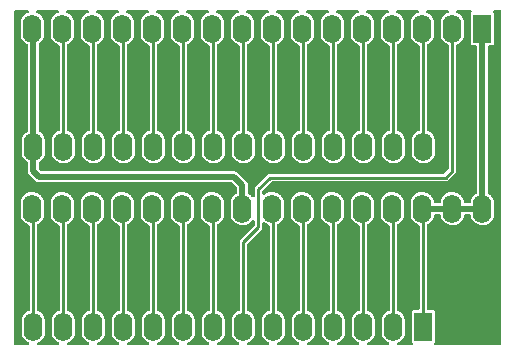
<source format=gbr>
%TF.GenerationSoftware,KiCad,Pcbnew,(5.99.0-11667-g1edb96cc5b)*%
%TF.CreationDate,2021-10-01T11:57:37+02:00*%
%TF.ProjectId,tosadapter,746f7361-6461-4707-9465-722e6b696361,rev?*%
%TF.SameCoordinates,Original*%
%TF.FileFunction,Copper,L1,Top*%
%TF.FilePolarity,Positive*%
%FSLAX46Y46*%
G04 Gerber Fmt 4.6, Leading zero omitted, Abs format (unit mm)*
G04 Created by KiCad (PCBNEW (5.99.0-11667-g1edb96cc5b)) date 2021-10-01 11:57:37*
%MOMM*%
%LPD*%
G01*
G04 APERTURE LIST*
%TA.AperFunction,ComponentPad*%
%ADD10R,1.600000X2.400000*%
%TD*%
%TA.AperFunction,ComponentPad*%
%ADD11O,1.600000X2.400000*%
%TD*%
%TA.AperFunction,Conductor*%
%ADD12C,0.250000*%
%TD*%
%TA.AperFunction,Conductor*%
%ADD13C,0.500000*%
%TD*%
G04 APERTURE END LIST*
D10*
%TO.P, ,1*%
%TO.N,N/C*%
X155120000Y-74770000D03*
D11*
%TO.P, ,2*%
X152580000Y-74770000D03*
%TO.P, ,3*%
X150040000Y-74770000D03*
%TO.P, ,4*%
X147500000Y-74770000D03*
%TO.P, ,5*%
X144960000Y-74770000D03*
%TO.P, ,6*%
X142420000Y-74770000D03*
%TO.P, ,7*%
X139880000Y-74770000D03*
%TO.P, ,8*%
X137340000Y-74770000D03*
%TO.P, ,9*%
X134800000Y-74770000D03*
%TO.P, ,10*%
X132260000Y-74770000D03*
%TO.P, ,11*%
X129720000Y-74770000D03*
%TO.P, ,12*%
X127180000Y-74770000D03*
%TO.P, ,13*%
X124640000Y-74770000D03*
%TO.P, ,14*%
X122100000Y-74770000D03*
%TO.P, ,15*%
X119560000Y-74770000D03*
%TO.P, ,16*%
X117020000Y-74770000D03*
%TO.P, ,17*%
X117020000Y-90010000D03*
%TO.P, ,18*%
X119560000Y-90010000D03*
%TO.P, ,19*%
X122100000Y-90010000D03*
%TO.P, ,20*%
X124640000Y-90010000D03*
%TO.P, ,21*%
X127180000Y-90010000D03*
%TO.P, ,22*%
X129720000Y-90010000D03*
%TO.P, ,23*%
X132260000Y-90010000D03*
%TO.P, ,24*%
X134800000Y-90010000D03*
%TO.P, ,25*%
X137340000Y-90010000D03*
%TO.P, ,26*%
X139880000Y-90010000D03*
%TO.P, ,27*%
X142420000Y-90010000D03*
%TO.P, ,28*%
X144960000Y-90010000D03*
%TO.P, ,29*%
X147500000Y-90010000D03*
%TO.P, ,30*%
X150040000Y-90010000D03*
%TO.P, ,31*%
X152580000Y-90010000D03*
%TO.P, ,32*%
X155120000Y-90010000D03*
%TD*%
D10*
%TO.P, ,1*%
%TO.N,N/C*%
X150120000Y-100010000D03*
D11*
%TO.P, ,2*%
X147580000Y-100010000D03*
%TO.P, ,3*%
X145040000Y-100010000D03*
%TO.P, ,4*%
X142500000Y-100010000D03*
%TO.P, ,5*%
X139960000Y-100010000D03*
%TO.P, ,6*%
X137420000Y-100010000D03*
%TO.P, ,7*%
X134880000Y-100010000D03*
%TO.P, ,8*%
X132340000Y-100010000D03*
%TO.P, ,9*%
X129800000Y-100010000D03*
%TO.P, ,10*%
X127260000Y-100010000D03*
%TO.P, ,11*%
X124720000Y-100010000D03*
%TO.P, ,12*%
X122180000Y-100010000D03*
%TO.P, ,13*%
X119640000Y-100010000D03*
%TO.P, ,14*%
X117100000Y-100010000D03*
%TO.P, ,15*%
X117100000Y-84770000D03*
%TO.P, ,16*%
X119640000Y-84770000D03*
%TO.P, ,17*%
X122180000Y-84770000D03*
%TO.P, ,18*%
X124720000Y-84770000D03*
%TO.P, ,19*%
X127260000Y-84770000D03*
%TO.P, ,20*%
X129800000Y-84770000D03*
%TO.P, ,21*%
X132340000Y-84770000D03*
%TO.P, ,22*%
X134880000Y-84770000D03*
%TO.P, ,23*%
X137420000Y-84770000D03*
%TO.P, ,24*%
X139960000Y-84770000D03*
%TO.P, ,25*%
X142500000Y-84770000D03*
%TO.P, ,26*%
X145040000Y-84770000D03*
%TO.P, ,27*%
X147580000Y-84770000D03*
%TO.P, ,28*%
X150120000Y-84770000D03*
%TD*%
D12*
%TO.N,*%
X127260000Y-74850000D02*
X127180000Y-74770000D01*
X147580000Y-74850000D02*
X147500000Y-74770000D01*
D13*
X134090000Y-87320000D02*
X117560000Y-87320000D01*
D12*
X124720000Y-84810000D02*
X124720000Y-74850000D01*
X132340000Y-74850000D02*
X132260000Y-74770000D01*
X132340000Y-100050000D02*
X132340000Y-90090000D01*
X134880000Y-100050000D02*
X134880000Y-92870000D01*
X134880000Y-84810000D02*
X134880000Y-74850000D01*
X124720000Y-74850000D02*
X124640000Y-74770000D01*
X150120000Y-90090000D02*
X150040000Y-90010000D01*
X147580000Y-90090000D02*
X147500000Y-90010000D01*
X132340000Y-90090000D02*
X132260000Y-90010000D01*
X119640000Y-74850000D02*
X119560000Y-74770000D01*
X147580000Y-100050000D02*
X147580000Y-90090000D01*
X122180000Y-100050000D02*
X122180000Y-90090000D01*
X127260000Y-84810000D02*
X127260000Y-74850000D01*
X119640000Y-84810000D02*
X119640000Y-74850000D01*
X117100000Y-74850000D02*
X117020000Y-74770000D01*
X150120000Y-100050000D02*
X150120000Y-90090000D01*
D13*
X152580000Y-90010000D02*
X155120000Y-90010000D01*
D12*
X137420000Y-74850000D02*
X137340000Y-74770000D01*
X129800000Y-74850000D02*
X129720000Y-74770000D01*
X122180000Y-74850000D02*
X122100000Y-74770000D01*
X124720000Y-90090000D02*
X124640000Y-90010000D01*
X132340000Y-84810000D02*
X132340000Y-74850000D01*
X142500000Y-74850000D02*
X142420000Y-74770000D01*
X137420000Y-100050000D02*
X137420000Y-90090000D01*
X137420000Y-84810000D02*
X137420000Y-74850000D01*
X119640000Y-100050000D02*
X119640000Y-90090000D01*
X147580000Y-84810000D02*
X147580000Y-74850000D01*
D13*
X117100000Y-84810000D02*
X117100000Y-74850000D01*
D12*
X127260000Y-90090000D02*
X127180000Y-90010000D01*
X137420000Y-90090000D02*
X137340000Y-90010000D01*
X145040000Y-84810000D02*
X145040000Y-74850000D01*
X136160000Y-91590000D02*
X136160000Y-88370000D01*
X139960000Y-90090000D02*
X139880000Y-90010000D01*
X134880000Y-74850000D02*
X134800000Y-74770000D01*
X122180000Y-84810000D02*
X122180000Y-74850000D01*
X150120000Y-74850000D02*
X150040000Y-74770000D01*
X150120000Y-84810000D02*
X150120000Y-74850000D01*
D13*
X134800000Y-88030000D02*
X134090000Y-87320000D01*
D12*
X139960000Y-74850000D02*
X139880000Y-74770000D01*
X129800000Y-84810000D02*
X129800000Y-74850000D01*
X142500000Y-90090000D02*
X142420000Y-90010000D01*
X142500000Y-100050000D02*
X142500000Y-90090000D01*
X152580000Y-86810000D02*
X152580000Y-74770000D01*
X124720000Y-100050000D02*
X124720000Y-90090000D01*
X139960000Y-84810000D02*
X139960000Y-74850000D01*
X129800000Y-90090000D02*
X129720000Y-90010000D01*
X134880000Y-92870000D02*
X136160000Y-91590000D01*
X145040000Y-100050000D02*
X145040000Y-90090000D01*
D13*
X155120000Y-90010000D02*
X155120000Y-74770000D01*
D12*
X145040000Y-74850000D02*
X144960000Y-74770000D01*
X117100000Y-100050000D02*
X117100000Y-90090000D01*
X145040000Y-90090000D02*
X144960000Y-90010000D01*
X142500000Y-84810000D02*
X142500000Y-74850000D01*
X136160000Y-88370000D02*
X137140000Y-87390000D01*
X152000000Y-87390000D02*
X152580000Y-86810000D01*
D13*
X117100000Y-86860000D02*
X117100000Y-84810000D01*
D12*
X137140000Y-87390000D02*
X152000000Y-87390000D01*
D13*
X117560000Y-87320000D02*
X117100000Y-86860000D01*
D12*
X122180000Y-90090000D02*
X122100000Y-90010000D01*
X139960000Y-100050000D02*
X139960000Y-90090000D01*
X127260000Y-100050000D02*
X127260000Y-90090000D01*
D13*
X152580000Y-90010000D02*
X150040000Y-90010000D01*
D12*
X119640000Y-90090000D02*
X119560000Y-90010000D01*
X117100000Y-90090000D02*
X117020000Y-90010000D01*
D13*
X134800000Y-90010000D02*
X134800000Y-88030000D01*
D12*
X129800000Y-100050000D02*
X129800000Y-90090000D01*
%TD*%
%TA.AperFunction,NonConductor*%
G36*
X156660000Y-99030000D02*
G01*
X151120500Y-99030000D01*
X151120500Y-98790252D01*
X151108867Y-98731769D01*
X151064552Y-98665448D01*
X150998231Y-98621133D01*
X150986062Y-98618712D01*
X150986061Y-98618712D01*
X150945816Y-98610707D01*
X150939748Y-98609500D01*
X150571500Y-98609500D01*
X150503379Y-98589498D01*
X150456886Y-98535842D01*
X150445500Y-98483500D01*
X150445500Y-91880000D01*
X156660000Y-91880000D01*
X156660000Y-99030000D01*
G37*
%TD.AperFunction*%
%TA.AperFunction,NonConductor*%
G36*
X119203200Y-73220002D02*
G01*
X119249693Y-73273658D01*
X119259797Y-73343932D01*
X119230303Y-73408512D01*
X119178588Y-73444249D01*
X119119148Y-73466119D01*
X119113728Y-73469479D01*
X119113727Y-73469480D01*
X118951824Y-73569863D01*
X118951820Y-73569866D01*
X118946401Y-73573226D01*
X118798720Y-73712881D01*
X118682137Y-73879379D01*
X118601414Y-74065919D01*
X118559849Y-74264880D01*
X118559500Y-74271539D01*
X118559500Y-75220800D01*
X118574880Y-75372216D01*
X118635662Y-75566172D01*
X118734203Y-75743944D01*
X118866477Y-75898271D01*
X119027081Y-76022848D01*
X119209455Y-76112587D01*
X119220264Y-76115402D01*
X119281142Y-76151931D01*
X119312607Y-76215574D01*
X119314500Y-76237333D01*
X119314500Y-83335779D01*
X119294498Y-83403900D01*
X119240842Y-83450393D01*
X119232009Y-83454029D01*
X119199148Y-83466119D01*
X119193728Y-83469479D01*
X119193727Y-83469480D01*
X119031824Y-83569863D01*
X119031823Y-83569864D01*
X119026401Y-83573226D01*
X118878720Y-83712881D01*
X118762137Y-83879379D01*
X118681414Y-84065919D01*
X118639849Y-84264880D01*
X118639500Y-84271539D01*
X118639500Y-85220800D01*
X118654880Y-85372216D01*
X118715662Y-85566172D01*
X118814203Y-85743944D01*
X118946477Y-85898271D01*
X119107081Y-86022848D01*
X119289455Y-86112587D01*
X119295633Y-86114196D01*
X119295635Y-86114197D01*
X119479966Y-86162212D01*
X119479969Y-86162212D01*
X119486148Y-86163822D01*
X119567328Y-86168076D01*
X119682744Y-86174125D01*
X119682748Y-86174125D01*
X119689126Y-86174459D01*
X119890097Y-86144065D01*
X120080852Y-86073881D01*
X120090500Y-86067899D01*
X120248176Y-85970137D01*
X120248180Y-85970134D01*
X120253599Y-85966774D01*
X120401280Y-85827119D01*
X120517863Y-85660621D01*
X120598586Y-85474081D01*
X120640151Y-85275120D01*
X120640500Y-85268461D01*
X120640500Y-84319200D01*
X120625120Y-84167784D01*
X120564338Y-83973828D01*
X120465797Y-83796056D01*
X120333523Y-83641729D01*
X120172919Y-83517152D01*
X120167198Y-83514337D01*
X120167195Y-83514335D01*
X120035871Y-83449716D01*
X119983580Y-83401693D01*
X119965500Y-83336661D01*
X119965500Y-76165931D01*
X119985502Y-76097810D01*
X120025104Y-76058844D01*
X120042221Y-76048231D01*
X120173599Y-75966774D01*
X120321280Y-75827119D01*
X120437863Y-75660621D01*
X120518586Y-75474081D01*
X120560151Y-75275120D01*
X120560500Y-75268461D01*
X120560500Y-74319200D01*
X120545120Y-74167784D01*
X120484338Y-73973828D01*
X120385797Y-73796056D01*
X120253523Y-73641729D01*
X120092919Y-73517152D01*
X119984731Y-73463917D01*
X119934205Y-73439055D01*
X119881914Y-73391032D01*
X119863888Y-73322362D01*
X119885848Y-73254847D01*
X119940824Y-73209923D01*
X119989835Y-73200000D01*
X121675079Y-73200000D01*
X121743200Y-73220002D01*
X121789693Y-73273658D01*
X121799797Y-73343932D01*
X121770303Y-73408512D01*
X121718588Y-73444249D01*
X121659148Y-73466119D01*
X121653728Y-73469479D01*
X121653727Y-73469480D01*
X121491824Y-73569863D01*
X121491820Y-73569866D01*
X121486401Y-73573226D01*
X121338720Y-73712881D01*
X121222137Y-73879379D01*
X121141414Y-74065919D01*
X121099849Y-74264880D01*
X121099500Y-74271539D01*
X121099500Y-75220800D01*
X121114880Y-75372216D01*
X121175662Y-75566172D01*
X121274203Y-75743944D01*
X121406477Y-75898271D01*
X121567081Y-76022848D01*
X121749455Y-76112587D01*
X121760264Y-76115402D01*
X121821142Y-76151931D01*
X121852607Y-76215574D01*
X121854500Y-76237333D01*
X121854500Y-83335779D01*
X121834498Y-83403900D01*
X121780842Y-83450393D01*
X121772009Y-83454029D01*
X121739148Y-83466119D01*
X121733728Y-83469479D01*
X121733727Y-83469480D01*
X121571824Y-83569863D01*
X121571823Y-83569864D01*
X121566401Y-83573226D01*
X121418720Y-83712881D01*
X121302137Y-83879379D01*
X121221414Y-84065919D01*
X121179849Y-84264880D01*
X121179500Y-84271539D01*
X121179500Y-85220800D01*
X121194880Y-85372216D01*
X121255662Y-85566172D01*
X121354203Y-85743944D01*
X121486477Y-85898271D01*
X121647081Y-86022848D01*
X121829455Y-86112587D01*
X121835633Y-86114196D01*
X121835635Y-86114197D01*
X122019966Y-86162212D01*
X122019969Y-86162212D01*
X122026148Y-86163822D01*
X122107328Y-86168076D01*
X122222744Y-86174125D01*
X122222748Y-86174125D01*
X122229126Y-86174459D01*
X122430097Y-86144065D01*
X122620852Y-86073881D01*
X122630500Y-86067899D01*
X122788176Y-85970137D01*
X122788180Y-85970134D01*
X122793599Y-85966774D01*
X122941280Y-85827119D01*
X123057863Y-85660621D01*
X123138586Y-85474081D01*
X123180151Y-85275120D01*
X123180500Y-85268461D01*
X123180500Y-84319200D01*
X123165120Y-84167784D01*
X123104338Y-83973828D01*
X123005797Y-83796056D01*
X122873523Y-83641729D01*
X122712919Y-83517152D01*
X122707198Y-83514337D01*
X122707195Y-83514335D01*
X122575871Y-83449716D01*
X122523580Y-83401693D01*
X122505500Y-83336661D01*
X122505500Y-76165931D01*
X122525502Y-76097810D01*
X122565104Y-76058844D01*
X122582221Y-76048231D01*
X122713599Y-75966774D01*
X122861280Y-75827119D01*
X122977863Y-75660621D01*
X123058586Y-75474081D01*
X123100151Y-75275120D01*
X123100500Y-75268461D01*
X123100500Y-74319200D01*
X123085120Y-74167784D01*
X123024338Y-73973828D01*
X122925797Y-73796056D01*
X122793523Y-73641729D01*
X122632919Y-73517152D01*
X122524731Y-73463917D01*
X122474205Y-73439055D01*
X122421914Y-73391032D01*
X122403888Y-73322362D01*
X122425848Y-73254847D01*
X122480824Y-73209923D01*
X122529835Y-73200000D01*
X124215079Y-73200000D01*
X124283200Y-73220002D01*
X124329693Y-73273658D01*
X124339797Y-73343932D01*
X124310303Y-73408512D01*
X124258588Y-73444249D01*
X124199148Y-73466119D01*
X124193728Y-73469479D01*
X124193727Y-73469480D01*
X124031824Y-73569863D01*
X124031820Y-73569866D01*
X124026401Y-73573226D01*
X123878720Y-73712881D01*
X123762137Y-73879379D01*
X123681414Y-74065919D01*
X123639849Y-74264880D01*
X123639500Y-74271539D01*
X123639500Y-75220800D01*
X123654880Y-75372216D01*
X123715662Y-75566172D01*
X123814203Y-75743944D01*
X123946477Y-75898271D01*
X124107081Y-76022848D01*
X124289455Y-76112587D01*
X124300264Y-76115402D01*
X124361142Y-76151931D01*
X124392607Y-76215574D01*
X124394500Y-76237333D01*
X124394500Y-83335779D01*
X124374498Y-83403900D01*
X124320842Y-83450393D01*
X124312009Y-83454029D01*
X124279148Y-83466119D01*
X124273728Y-83469479D01*
X124273727Y-83469480D01*
X124111824Y-83569863D01*
X124111823Y-83569864D01*
X124106401Y-83573226D01*
X123958720Y-83712881D01*
X123842137Y-83879379D01*
X123761414Y-84065919D01*
X123719849Y-84264880D01*
X123719500Y-84271539D01*
X123719500Y-85220800D01*
X123734880Y-85372216D01*
X123795662Y-85566172D01*
X123894203Y-85743944D01*
X124026477Y-85898271D01*
X124187081Y-86022848D01*
X124369455Y-86112587D01*
X124375633Y-86114196D01*
X124375635Y-86114197D01*
X124559966Y-86162212D01*
X124559969Y-86162212D01*
X124566148Y-86163822D01*
X124647328Y-86168076D01*
X124762744Y-86174125D01*
X124762748Y-86174125D01*
X124769126Y-86174459D01*
X124970097Y-86144065D01*
X125160852Y-86073881D01*
X125170500Y-86067899D01*
X125328176Y-85970137D01*
X125328180Y-85970134D01*
X125333599Y-85966774D01*
X125481280Y-85827119D01*
X125597863Y-85660621D01*
X125678586Y-85474081D01*
X125720151Y-85275120D01*
X125720500Y-85268461D01*
X125720500Y-84319200D01*
X125705120Y-84167784D01*
X125644338Y-83973828D01*
X125545797Y-83796056D01*
X125413523Y-83641729D01*
X125252919Y-83517152D01*
X125247198Y-83514337D01*
X125247195Y-83514335D01*
X125115871Y-83449716D01*
X125063580Y-83401693D01*
X125045500Y-83336661D01*
X125045500Y-76165931D01*
X125065502Y-76097810D01*
X125105104Y-76058844D01*
X125122221Y-76048231D01*
X125253599Y-75966774D01*
X125401280Y-75827119D01*
X125517863Y-75660621D01*
X125598586Y-75474081D01*
X125640151Y-75275120D01*
X125640500Y-75268461D01*
X125640500Y-74319200D01*
X125625120Y-74167784D01*
X125564338Y-73973828D01*
X125465797Y-73796056D01*
X125333523Y-73641729D01*
X125172919Y-73517152D01*
X125064731Y-73463917D01*
X125014205Y-73439055D01*
X124961914Y-73391032D01*
X124943888Y-73322362D01*
X124965848Y-73254847D01*
X125020824Y-73209923D01*
X125069835Y-73200000D01*
X126755079Y-73200000D01*
X126823200Y-73220002D01*
X126869693Y-73273658D01*
X126879797Y-73343932D01*
X126850303Y-73408512D01*
X126798588Y-73444249D01*
X126739148Y-73466119D01*
X126733728Y-73469479D01*
X126733727Y-73469480D01*
X126571824Y-73569863D01*
X126571820Y-73569866D01*
X126566401Y-73573226D01*
X126418720Y-73712881D01*
X126302137Y-73879379D01*
X126221414Y-74065919D01*
X126179849Y-74264880D01*
X126179500Y-74271539D01*
X126179500Y-75220800D01*
X126194880Y-75372216D01*
X126255662Y-75566172D01*
X126354203Y-75743944D01*
X126486477Y-75898271D01*
X126647081Y-76022848D01*
X126829455Y-76112587D01*
X126840264Y-76115402D01*
X126901142Y-76151931D01*
X126932607Y-76215574D01*
X126934500Y-76237333D01*
X126934500Y-83335779D01*
X126914498Y-83403900D01*
X126860842Y-83450393D01*
X126852009Y-83454029D01*
X126819148Y-83466119D01*
X126813728Y-83469479D01*
X126813727Y-83469480D01*
X126651824Y-83569863D01*
X126651823Y-83569864D01*
X126646401Y-83573226D01*
X126498720Y-83712881D01*
X126382137Y-83879379D01*
X126301414Y-84065919D01*
X126259849Y-84264880D01*
X126259500Y-84271539D01*
X126259500Y-85220800D01*
X126274880Y-85372216D01*
X126335662Y-85566172D01*
X126434203Y-85743944D01*
X126566477Y-85898271D01*
X126727081Y-86022848D01*
X126909455Y-86112587D01*
X126915633Y-86114196D01*
X126915635Y-86114197D01*
X127099966Y-86162212D01*
X127099969Y-86162212D01*
X127106148Y-86163822D01*
X127187328Y-86168076D01*
X127302744Y-86174125D01*
X127302748Y-86174125D01*
X127309126Y-86174459D01*
X127510097Y-86144065D01*
X127700852Y-86073881D01*
X127710500Y-86067899D01*
X127868176Y-85970137D01*
X127868180Y-85970134D01*
X127873599Y-85966774D01*
X128021280Y-85827119D01*
X128137863Y-85660621D01*
X128218586Y-85474081D01*
X128260151Y-85275120D01*
X128260500Y-85268461D01*
X128260500Y-84319200D01*
X128245120Y-84167784D01*
X128184338Y-83973828D01*
X128085797Y-83796056D01*
X127953523Y-83641729D01*
X127792919Y-83517152D01*
X127787198Y-83514337D01*
X127787195Y-83514335D01*
X127655871Y-83449716D01*
X127603580Y-83401693D01*
X127585500Y-83336661D01*
X127585500Y-76165931D01*
X127605502Y-76097810D01*
X127645104Y-76058844D01*
X127662221Y-76048231D01*
X127793599Y-75966774D01*
X127941280Y-75827119D01*
X128057863Y-75660621D01*
X128138586Y-75474081D01*
X128180151Y-75275120D01*
X128180500Y-75268461D01*
X128180500Y-74319200D01*
X128165120Y-74167784D01*
X128104338Y-73973828D01*
X128005797Y-73796056D01*
X127873523Y-73641729D01*
X127712919Y-73517152D01*
X127604731Y-73463917D01*
X127554205Y-73439055D01*
X127501914Y-73391032D01*
X127483888Y-73322362D01*
X127505848Y-73254847D01*
X127560824Y-73209923D01*
X127609835Y-73200000D01*
X129295079Y-73200000D01*
X129363200Y-73220002D01*
X129409693Y-73273658D01*
X129419797Y-73343932D01*
X129390303Y-73408512D01*
X129338588Y-73444249D01*
X129279148Y-73466119D01*
X129273728Y-73469479D01*
X129273727Y-73469480D01*
X129111824Y-73569863D01*
X129111820Y-73569866D01*
X129106401Y-73573226D01*
X128958720Y-73712881D01*
X128842137Y-73879379D01*
X128761414Y-74065919D01*
X128719849Y-74264880D01*
X128719500Y-74271539D01*
X128719500Y-75220800D01*
X128734880Y-75372216D01*
X128795662Y-75566172D01*
X128894203Y-75743944D01*
X129026477Y-75898271D01*
X129187081Y-76022848D01*
X129369455Y-76112587D01*
X129380264Y-76115402D01*
X129441142Y-76151931D01*
X129472607Y-76215574D01*
X129474500Y-76237333D01*
X129474500Y-83335779D01*
X129454498Y-83403900D01*
X129400842Y-83450393D01*
X129392009Y-83454029D01*
X129359148Y-83466119D01*
X129353728Y-83469479D01*
X129353727Y-83469480D01*
X129191824Y-83569863D01*
X129191823Y-83569864D01*
X129186401Y-83573226D01*
X129038720Y-83712881D01*
X128922137Y-83879379D01*
X128841414Y-84065919D01*
X128799849Y-84264880D01*
X128799500Y-84271539D01*
X128799500Y-85220800D01*
X128814880Y-85372216D01*
X128875662Y-85566172D01*
X128974203Y-85743944D01*
X129106477Y-85898271D01*
X129267081Y-86022848D01*
X129449455Y-86112587D01*
X129455633Y-86114196D01*
X129455635Y-86114197D01*
X129639966Y-86162212D01*
X129639969Y-86162212D01*
X129646148Y-86163822D01*
X129727328Y-86168076D01*
X129842744Y-86174125D01*
X129842748Y-86174125D01*
X129849126Y-86174459D01*
X130050097Y-86144065D01*
X130240852Y-86073881D01*
X130250500Y-86067899D01*
X130408176Y-85970137D01*
X130408180Y-85970134D01*
X130413599Y-85966774D01*
X130561280Y-85827119D01*
X130677863Y-85660621D01*
X130758586Y-85474081D01*
X130800151Y-85275120D01*
X130800500Y-85268461D01*
X130800500Y-84319200D01*
X130785120Y-84167784D01*
X130724338Y-83973828D01*
X130625797Y-83796056D01*
X130493523Y-83641729D01*
X130332919Y-83517152D01*
X130327198Y-83514337D01*
X130327195Y-83514335D01*
X130195871Y-83449716D01*
X130143580Y-83401693D01*
X130125500Y-83336661D01*
X130125500Y-76165931D01*
X130145502Y-76097810D01*
X130185104Y-76058844D01*
X130202221Y-76048231D01*
X130333599Y-75966774D01*
X130481280Y-75827119D01*
X130597863Y-75660621D01*
X130678586Y-75474081D01*
X130720151Y-75275120D01*
X130720500Y-75268461D01*
X130720500Y-74319200D01*
X130705120Y-74167784D01*
X130644338Y-73973828D01*
X130545797Y-73796056D01*
X130413523Y-73641729D01*
X130252919Y-73517152D01*
X130144731Y-73463917D01*
X130094205Y-73439055D01*
X130041914Y-73391032D01*
X130023888Y-73322362D01*
X130045848Y-73254847D01*
X130100824Y-73209923D01*
X130149835Y-73200000D01*
X131835079Y-73200000D01*
X131903200Y-73220002D01*
X131949693Y-73273658D01*
X131959797Y-73343932D01*
X131930303Y-73408512D01*
X131878588Y-73444249D01*
X131819148Y-73466119D01*
X131813728Y-73469479D01*
X131813727Y-73469480D01*
X131651824Y-73569863D01*
X131651820Y-73569866D01*
X131646401Y-73573226D01*
X131498720Y-73712881D01*
X131382137Y-73879379D01*
X131301414Y-74065919D01*
X131259849Y-74264880D01*
X131259500Y-74271539D01*
X131259500Y-75220800D01*
X131274880Y-75372216D01*
X131335662Y-75566172D01*
X131434203Y-75743944D01*
X131566477Y-75898271D01*
X131727081Y-76022848D01*
X131909455Y-76112587D01*
X131920264Y-76115402D01*
X131981142Y-76151931D01*
X132012607Y-76215574D01*
X132014500Y-76237333D01*
X132014500Y-83335779D01*
X131994498Y-83403900D01*
X131940842Y-83450393D01*
X131932009Y-83454029D01*
X131899148Y-83466119D01*
X131893728Y-83469479D01*
X131893727Y-83469480D01*
X131731824Y-83569863D01*
X131731823Y-83569864D01*
X131726401Y-83573226D01*
X131578720Y-83712881D01*
X131462137Y-83879379D01*
X131381414Y-84065919D01*
X131339849Y-84264880D01*
X131339500Y-84271539D01*
X131339500Y-85220800D01*
X131354880Y-85372216D01*
X131415662Y-85566172D01*
X131514203Y-85743944D01*
X131646477Y-85898271D01*
X131807081Y-86022848D01*
X131989455Y-86112587D01*
X131995633Y-86114196D01*
X131995635Y-86114197D01*
X132179966Y-86162212D01*
X132179969Y-86162212D01*
X132186148Y-86163822D01*
X132267328Y-86168076D01*
X132382744Y-86174125D01*
X132382748Y-86174125D01*
X132389126Y-86174459D01*
X132590097Y-86144065D01*
X132780852Y-86073881D01*
X132790500Y-86067899D01*
X132948176Y-85970137D01*
X132948180Y-85970134D01*
X132953599Y-85966774D01*
X133101280Y-85827119D01*
X133217863Y-85660621D01*
X133298586Y-85474081D01*
X133340151Y-85275120D01*
X133340500Y-85268461D01*
X133340500Y-84319200D01*
X133325120Y-84167784D01*
X133264338Y-83973828D01*
X133165797Y-83796056D01*
X133033523Y-83641729D01*
X132872919Y-83517152D01*
X132867198Y-83514337D01*
X132867195Y-83514335D01*
X132735871Y-83449716D01*
X132683580Y-83401693D01*
X132665500Y-83336661D01*
X132665500Y-76165931D01*
X132685502Y-76097810D01*
X132725104Y-76058844D01*
X132742221Y-76048231D01*
X132873599Y-75966774D01*
X133021280Y-75827119D01*
X133137863Y-75660621D01*
X133218586Y-75474081D01*
X133260151Y-75275120D01*
X133260500Y-75268461D01*
X133260500Y-74319200D01*
X133245120Y-74167784D01*
X133184338Y-73973828D01*
X133085797Y-73796056D01*
X132953523Y-73641729D01*
X132792919Y-73517152D01*
X132684731Y-73463917D01*
X132634205Y-73439055D01*
X132581914Y-73391032D01*
X132563888Y-73322362D01*
X132585848Y-73254847D01*
X132640824Y-73209923D01*
X132689835Y-73200000D01*
X134375079Y-73200000D01*
X134443200Y-73220002D01*
X134489693Y-73273658D01*
X134499797Y-73343932D01*
X134470303Y-73408512D01*
X134418588Y-73444249D01*
X134359148Y-73466119D01*
X134353728Y-73469479D01*
X134353727Y-73469480D01*
X134191824Y-73569863D01*
X134191820Y-73569866D01*
X134186401Y-73573226D01*
X134038720Y-73712881D01*
X133922137Y-73879379D01*
X133841414Y-74065919D01*
X133799849Y-74264880D01*
X133799500Y-74271539D01*
X133799500Y-75220800D01*
X133814880Y-75372216D01*
X133875662Y-75566172D01*
X133974203Y-75743944D01*
X134106477Y-75898271D01*
X134267081Y-76022848D01*
X134449455Y-76112587D01*
X134460264Y-76115402D01*
X134521142Y-76151931D01*
X134552607Y-76215574D01*
X134554500Y-76237333D01*
X134554500Y-83335779D01*
X134534498Y-83403900D01*
X134480842Y-83450393D01*
X134472009Y-83454029D01*
X134439148Y-83466119D01*
X134433728Y-83469479D01*
X134433727Y-83469480D01*
X134271824Y-83569863D01*
X134271823Y-83569864D01*
X134266401Y-83573226D01*
X134118720Y-83712881D01*
X134002137Y-83879379D01*
X133921414Y-84065919D01*
X133879849Y-84264880D01*
X133879500Y-84271539D01*
X133879500Y-85220800D01*
X133894880Y-85372216D01*
X133955662Y-85566172D01*
X134054203Y-85743944D01*
X134186477Y-85898271D01*
X134347081Y-86022848D01*
X134529455Y-86112587D01*
X134535633Y-86114196D01*
X134535635Y-86114197D01*
X134719966Y-86162212D01*
X134719969Y-86162212D01*
X134726148Y-86163822D01*
X134807328Y-86168076D01*
X134922744Y-86174125D01*
X134922748Y-86174125D01*
X134929126Y-86174459D01*
X135130097Y-86144065D01*
X135320852Y-86073881D01*
X135330500Y-86067899D01*
X135488176Y-85970137D01*
X135488180Y-85970134D01*
X135493599Y-85966774D01*
X135641280Y-85827119D01*
X135757863Y-85660621D01*
X135838586Y-85474081D01*
X135880151Y-85275120D01*
X135880500Y-85268461D01*
X135880500Y-84319200D01*
X135865120Y-84167784D01*
X135804338Y-83973828D01*
X135705797Y-83796056D01*
X135573523Y-83641729D01*
X135412919Y-83517152D01*
X135407198Y-83514337D01*
X135407195Y-83514335D01*
X135275871Y-83449716D01*
X135223580Y-83401693D01*
X135205500Y-83336661D01*
X135205500Y-76165931D01*
X135225502Y-76097810D01*
X135265104Y-76058844D01*
X135282221Y-76048231D01*
X135413599Y-75966774D01*
X135561280Y-75827119D01*
X135677863Y-75660621D01*
X135758586Y-75474081D01*
X135800151Y-75275120D01*
X135800500Y-75268461D01*
X135800500Y-74319200D01*
X135785120Y-74167784D01*
X135724338Y-73973828D01*
X135625797Y-73796056D01*
X135493523Y-73641729D01*
X135332919Y-73517152D01*
X135224731Y-73463917D01*
X135174205Y-73439055D01*
X135121914Y-73391032D01*
X135103888Y-73322362D01*
X135125848Y-73254847D01*
X135180824Y-73209923D01*
X135229835Y-73200000D01*
X136915079Y-73200000D01*
X136983200Y-73220002D01*
X137029693Y-73273658D01*
X137039797Y-73343932D01*
X137010303Y-73408512D01*
X136958588Y-73444249D01*
X136899148Y-73466119D01*
X136893728Y-73469479D01*
X136893727Y-73469480D01*
X136731824Y-73569863D01*
X136731820Y-73569866D01*
X136726401Y-73573226D01*
X136578720Y-73712881D01*
X136462137Y-73879379D01*
X136381414Y-74065919D01*
X136339849Y-74264880D01*
X136339500Y-74271539D01*
X136339500Y-75220800D01*
X136354880Y-75372216D01*
X136415662Y-75566172D01*
X136514203Y-75743944D01*
X136646477Y-75898271D01*
X136807081Y-76022848D01*
X136989455Y-76112587D01*
X137000264Y-76115402D01*
X137061142Y-76151931D01*
X137092607Y-76215574D01*
X137094500Y-76237333D01*
X137094500Y-83335779D01*
X137074498Y-83403900D01*
X137020842Y-83450393D01*
X137012009Y-83454029D01*
X136979148Y-83466119D01*
X136973728Y-83469479D01*
X136973727Y-83469480D01*
X136811824Y-83569863D01*
X136811823Y-83569864D01*
X136806401Y-83573226D01*
X136658720Y-83712881D01*
X136542137Y-83879379D01*
X136461414Y-84065919D01*
X136419849Y-84264880D01*
X136419500Y-84271539D01*
X136419500Y-85220800D01*
X136434880Y-85372216D01*
X136495662Y-85566172D01*
X136594203Y-85743944D01*
X136726477Y-85898271D01*
X136887081Y-86022848D01*
X137069455Y-86112587D01*
X137075633Y-86114196D01*
X137075635Y-86114197D01*
X137259966Y-86162212D01*
X137259969Y-86162212D01*
X137266148Y-86163822D01*
X137347328Y-86168076D01*
X137462744Y-86174125D01*
X137462748Y-86174125D01*
X137469126Y-86174459D01*
X137670097Y-86144065D01*
X137860852Y-86073881D01*
X137870500Y-86067899D01*
X138028176Y-85970137D01*
X138028180Y-85970134D01*
X138033599Y-85966774D01*
X138181280Y-85827119D01*
X138297863Y-85660621D01*
X138378586Y-85474081D01*
X138420151Y-85275120D01*
X138420500Y-85268461D01*
X138420500Y-84319200D01*
X138405120Y-84167784D01*
X138344338Y-83973828D01*
X138245797Y-83796056D01*
X138113523Y-83641729D01*
X137952919Y-83517152D01*
X137947198Y-83514337D01*
X137947195Y-83514335D01*
X137815871Y-83449716D01*
X137763580Y-83401693D01*
X137745500Y-83336661D01*
X137745500Y-76165931D01*
X137765502Y-76097810D01*
X137805104Y-76058844D01*
X137822221Y-76048231D01*
X137953599Y-75966774D01*
X138101280Y-75827119D01*
X138217863Y-75660621D01*
X138298586Y-75474081D01*
X138340151Y-75275120D01*
X138340500Y-75268461D01*
X138340500Y-74319200D01*
X138325120Y-74167784D01*
X138264338Y-73973828D01*
X138165797Y-73796056D01*
X138033523Y-73641729D01*
X137872919Y-73517152D01*
X137764731Y-73463917D01*
X137714205Y-73439055D01*
X137661914Y-73391032D01*
X137643888Y-73322362D01*
X137665848Y-73254847D01*
X137720824Y-73209923D01*
X137769835Y-73200000D01*
X139455079Y-73200000D01*
X139523200Y-73220002D01*
X139569693Y-73273658D01*
X139579797Y-73343932D01*
X139550303Y-73408512D01*
X139498588Y-73444249D01*
X139439148Y-73466119D01*
X139433728Y-73469479D01*
X139433727Y-73469480D01*
X139271824Y-73569863D01*
X139271820Y-73569866D01*
X139266401Y-73573226D01*
X139118720Y-73712881D01*
X139002137Y-73879379D01*
X138921414Y-74065919D01*
X138879849Y-74264880D01*
X138879500Y-74271539D01*
X138879500Y-75220800D01*
X138894880Y-75372216D01*
X138955662Y-75566172D01*
X139054203Y-75743944D01*
X139186477Y-75898271D01*
X139347081Y-76022848D01*
X139529455Y-76112587D01*
X139540264Y-76115402D01*
X139601142Y-76151931D01*
X139632607Y-76215574D01*
X139634500Y-76237333D01*
X139634500Y-83335779D01*
X139614498Y-83403900D01*
X139560842Y-83450393D01*
X139552009Y-83454029D01*
X139519148Y-83466119D01*
X139513728Y-83469479D01*
X139513727Y-83469480D01*
X139351824Y-83569863D01*
X139351823Y-83569864D01*
X139346401Y-83573226D01*
X139198720Y-83712881D01*
X139082137Y-83879379D01*
X139001414Y-84065919D01*
X138959849Y-84264880D01*
X138959500Y-84271539D01*
X138959500Y-85220800D01*
X138974880Y-85372216D01*
X139035662Y-85566172D01*
X139134203Y-85743944D01*
X139266477Y-85898271D01*
X139427081Y-86022848D01*
X139609455Y-86112587D01*
X139615633Y-86114196D01*
X139615635Y-86114197D01*
X139799966Y-86162212D01*
X139799969Y-86162212D01*
X139806148Y-86163822D01*
X139887328Y-86168076D01*
X140002744Y-86174125D01*
X140002748Y-86174125D01*
X140009126Y-86174459D01*
X140210097Y-86144065D01*
X140400852Y-86073881D01*
X140410500Y-86067899D01*
X140568176Y-85970137D01*
X140568180Y-85970134D01*
X140573599Y-85966774D01*
X140721280Y-85827119D01*
X140837863Y-85660621D01*
X140918586Y-85474081D01*
X140960151Y-85275120D01*
X140960500Y-85268461D01*
X140960500Y-84319200D01*
X140945120Y-84167784D01*
X140884338Y-83973828D01*
X140785797Y-83796056D01*
X140653523Y-83641729D01*
X140492919Y-83517152D01*
X140487198Y-83514337D01*
X140487195Y-83514335D01*
X140355871Y-83449716D01*
X140303580Y-83401693D01*
X140285500Y-83336661D01*
X140285500Y-76165931D01*
X140305502Y-76097810D01*
X140345104Y-76058844D01*
X140362221Y-76048231D01*
X140493599Y-75966774D01*
X140641280Y-75827119D01*
X140757863Y-75660621D01*
X140838586Y-75474081D01*
X140880151Y-75275120D01*
X140880500Y-75268461D01*
X140880500Y-74319200D01*
X140865120Y-74167784D01*
X140804338Y-73973828D01*
X140705797Y-73796056D01*
X140573523Y-73641729D01*
X140412919Y-73517152D01*
X140304731Y-73463917D01*
X140254205Y-73439055D01*
X140201914Y-73391032D01*
X140183888Y-73322362D01*
X140205848Y-73254847D01*
X140260824Y-73209923D01*
X140309835Y-73200000D01*
X141995079Y-73200000D01*
X142063200Y-73220002D01*
X142109693Y-73273658D01*
X142119797Y-73343932D01*
X142090303Y-73408512D01*
X142038588Y-73444249D01*
X141979148Y-73466119D01*
X141973728Y-73469479D01*
X141973727Y-73469480D01*
X141811824Y-73569863D01*
X141811820Y-73569866D01*
X141806401Y-73573226D01*
X141658720Y-73712881D01*
X141542137Y-73879379D01*
X141461414Y-74065919D01*
X141419849Y-74264880D01*
X141419500Y-74271539D01*
X141419500Y-75220800D01*
X141434880Y-75372216D01*
X141495662Y-75566172D01*
X141594203Y-75743944D01*
X141726477Y-75898271D01*
X141887081Y-76022848D01*
X142069455Y-76112587D01*
X142080264Y-76115402D01*
X142141142Y-76151931D01*
X142172607Y-76215574D01*
X142174500Y-76237333D01*
X142174500Y-83335779D01*
X142154498Y-83403900D01*
X142100842Y-83450393D01*
X142092009Y-83454029D01*
X142059148Y-83466119D01*
X142053728Y-83469479D01*
X142053727Y-83469480D01*
X141891824Y-83569863D01*
X141891823Y-83569864D01*
X141886401Y-83573226D01*
X141738720Y-83712881D01*
X141622137Y-83879379D01*
X141541414Y-84065919D01*
X141499849Y-84264880D01*
X141499500Y-84271539D01*
X141499500Y-85220800D01*
X141514880Y-85372216D01*
X141575662Y-85566172D01*
X141674203Y-85743944D01*
X141806477Y-85898271D01*
X141967081Y-86022848D01*
X142149455Y-86112587D01*
X142155633Y-86114196D01*
X142155635Y-86114197D01*
X142339966Y-86162212D01*
X142339969Y-86162212D01*
X142346148Y-86163822D01*
X142427328Y-86168076D01*
X142542744Y-86174125D01*
X142542748Y-86174125D01*
X142549126Y-86174459D01*
X142750097Y-86144065D01*
X142940852Y-86073881D01*
X142950500Y-86067899D01*
X143108176Y-85970137D01*
X143108180Y-85970134D01*
X143113599Y-85966774D01*
X143261280Y-85827119D01*
X143377863Y-85660621D01*
X143458586Y-85474081D01*
X143500151Y-85275120D01*
X143500500Y-85268461D01*
X143500500Y-84319200D01*
X143485120Y-84167784D01*
X143424338Y-83973828D01*
X143325797Y-83796056D01*
X143193523Y-83641729D01*
X143032919Y-83517152D01*
X143027198Y-83514337D01*
X143027195Y-83514335D01*
X142895871Y-83449716D01*
X142843580Y-83401693D01*
X142825500Y-83336661D01*
X142825500Y-76165931D01*
X142845502Y-76097810D01*
X142885104Y-76058844D01*
X142902221Y-76048231D01*
X143033599Y-75966774D01*
X143181280Y-75827119D01*
X143297863Y-75660621D01*
X143378586Y-75474081D01*
X143420151Y-75275120D01*
X143420500Y-75268461D01*
X143420500Y-74319200D01*
X143405120Y-74167784D01*
X143344338Y-73973828D01*
X143245797Y-73796056D01*
X143113523Y-73641729D01*
X142952919Y-73517152D01*
X142844731Y-73463917D01*
X142794205Y-73439055D01*
X142741914Y-73391032D01*
X142723888Y-73322362D01*
X142745848Y-73254847D01*
X142800824Y-73209923D01*
X142849835Y-73200000D01*
X144535079Y-73200000D01*
X144603200Y-73220002D01*
X144649693Y-73273658D01*
X144659797Y-73343932D01*
X144630303Y-73408512D01*
X144578588Y-73444249D01*
X144519148Y-73466119D01*
X144513728Y-73469479D01*
X144513727Y-73469480D01*
X144351824Y-73569863D01*
X144351820Y-73569866D01*
X144346401Y-73573226D01*
X144198720Y-73712881D01*
X144082137Y-73879379D01*
X144001414Y-74065919D01*
X143959849Y-74264880D01*
X143959500Y-74271539D01*
X143959500Y-75220800D01*
X143974880Y-75372216D01*
X144035662Y-75566172D01*
X144134203Y-75743944D01*
X144266477Y-75898271D01*
X144427081Y-76022848D01*
X144609455Y-76112587D01*
X144620264Y-76115402D01*
X144681142Y-76151931D01*
X144712607Y-76215574D01*
X144714500Y-76237333D01*
X144714500Y-83335779D01*
X144694498Y-83403900D01*
X144640842Y-83450393D01*
X144632009Y-83454029D01*
X144599148Y-83466119D01*
X144593728Y-83469479D01*
X144593727Y-83469480D01*
X144431824Y-83569863D01*
X144431823Y-83569864D01*
X144426401Y-83573226D01*
X144278720Y-83712881D01*
X144162137Y-83879379D01*
X144081414Y-84065919D01*
X144039849Y-84264880D01*
X144039500Y-84271539D01*
X144039500Y-85220800D01*
X144054880Y-85372216D01*
X144115662Y-85566172D01*
X144214203Y-85743944D01*
X144346477Y-85898271D01*
X144507081Y-86022848D01*
X144689455Y-86112587D01*
X144695633Y-86114196D01*
X144695635Y-86114197D01*
X144879966Y-86162212D01*
X144879969Y-86162212D01*
X144886148Y-86163822D01*
X144967328Y-86168076D01*
X145082744Y-86174125D01*
X145082748Y-86174125D01*
X145089126Y-86174459D01*
X145290097Y-86144065D01*
X145480852Y-86073881D01*
X145490500Y-86067899D01*
X145648176Y-85970137D01*
X145648180Y-85970134D01*
X145653599Y-85966774D01*
X145801280Y-85827119D01*
X145917863Y-85660621D01*
X145998586Y-85474081D01*
X146040151Y-85275120D01*
X146040500Y-85268461D01*
X146040500Y-84319200D01*
X146025120Y-84167784D01*
X145964338Y-83973828D01*
X145865797Y-83796056D01*
X145733523Y-83641729D01*
X145572919Y-83517152D01*
X145567198Y-83514337D01*
X145567195Y-83514335D01*
X145435871Y-83449716D01*
X145383580Y-83401693D01*
X145365500Y-83336661D01*
X145365500Y-76165931D01*
X145385502Y-76097810D01*
X145425104Y-76058844D01*
X145442221Y-76048231D01*
X145573599Y-75966774D01*
X145721280Y-75827119D01*
X145837863Y-75660621D01*
X145918586Y-75474081D01*
X145960151Y-75275120D01*
X145960500Y-75268461D01*
X145960500Y-74319200D01*
X145945120Y-74167784D01*
X145884338Y-73973828D01*
X145785797Y-73796056D01*
X145653523Y-73641729D01*
X145492919Y-73517152D01*
X145384731Y-73463917D01*
X145334205Y-73439055D01*
X145281914Y-73391032D01*
X145263888Y-73322362D01*
X145285848Y-73254847D01*
X145340824Y-73209923D01*
X145389835Y-73200000D01*
X147075079Y-73200000D01*
X147143200Y-73220002D01*
X147189693Y-73273658D01*
X147199797Y-73343932D01*
X147170303Y-73408512D01*
X147118588Y-73444249D01*
X147059148Y-73466119D01*
X147053728Y-73469479D01*
X147053727Y-73469480D01*
X146891824Y-73569863D01*
X146891820Y-73569866D01*
X146886401Y-73573226D01*
X146738720Y-73712881D01*
X146622137Y-73879379D01*
X146541414Y-74065919D01*
X146499849Y-74264880D01*
X146499500Y-74271539D01*
X146499500Y-75220800D01*
X146514880Y-75372216D01*
X146575662Y-75566172D01*
X146674203Y-75743944D01*
X146806477Y-75898271D01*
X146967081Y-76022848D01*
X147149455Y-76112587D01*
X147160264Y-76115402D01*
X147221142Y-76151931D01*
X147252607Y-76215574D01*
X147254500Y-76237333D01*
X147254500Y-83335779D01*
X147234498Y-83403900D01*
X147180842Y-83450393D01*
X147172009Y-83454029D01*
X147139148Y-83466119D01*
X147133728Y-83469479D01*
X147133727Y-83469480D01*
X146971824Y-83569863D01*
X146971823Y-83569864D01*
X146966401Y-83573226D01*
X146818720Y-83712881D01*
X146702137Y-83879379D01*
X146621414Y-84065919D01*
X146579849Y-84264880D01*
X146579500Y-84271539D01*
X146579500Y-85220800D01*
X146594880Y-85372216D01*
X146655662Y-85566172D01*
X146754203Y-85743944D01*
X146886477Y-85898271D01*
X147047081Y-86022848D01*
X147229455Y-86112587D01*
X147235633Y-86114196D01*
X147235635Y-86114197D01*
X147419966Y-86162212D01*
X147419969Y-86162212D01*
X147426148Y-86163822D01*
X147507328Y-86168076D01*
X147622744Y-86174125D01*
X147622748Y-86174125D01*
X147629126Y-86174459D01*
X147830097Y-86144065D01*
X148020852Y-86073881D01*
X148030500Y-86067899D01*
X148188176Y-85970137D01*
X148188180Y-85970134D01*
X148193599Y-85966774D01*
X148341280Y-85827119D01*
X148457863Y-85660621D01*
X148538586Y-85474081D01*
X148580151Y-85275120D01*
X148580500Y-85268461D01*
X148580500Y-84319200D01*
X148565120Y-84167784D01*
X148504338Y-83973828D01*
X148405797Y-83796056D01*
X148273523Y-83641729D01*
X148112919Y-83517152D01*
X148107198Y-83514337D01*
X148107195Y-83514335D01*
X147975871Y-83449716D01*
X147923580Y-83401693D01*
X147905500Y-83336661D01*
X147905500Y-76165931D01*
X147925502Y-76097810D01*
X147965104Y-76058844D01*
X147982221Y-76048231D01*
X148113599Y-75966774D01*
X148261280Y-75827119D01*
X148377863Y-75660621D01*
X148458586Y-75474081D01*
X148500151Y-75275120D01*
X148500500Y-75268461D01*
X148500500Y-74319200D01*
X148485120Y-74167784D01*
X148424338Y-73973828D01*
X148325797Y-73796056D01*
X148193523Y-73641729D01*
X148032919Y-73517152D01*
X147924731Y-73463917D01*
X147874205Y-73439055D01*
X147821914Y-73391032D01*
X147803888Y-73322362D01*
X147825848Y-73254847D01*
X147880824Y-73209923D01*
X147929835Y-73200000D01*
X149615079Y-73200000D01*
X149683200Y-73220002D01*
X149729693Y-73273658D01*
X149739797Y-73343932D01*
X149710303Y-73408512D01*
X149658588Y-73444249D01*
X149599148Y-73466119D01*
X149593728Y-73469479D01*
X149593727Y-73469480D01*
X149431824Y-73569863D01*
X149431820Y-73569866D01*
X149426401Y-73573226D01*
X149278720Y-73712881D01*
X149162137Y-73879379D01*
X149081414Y-74065919D01*
X149039849Y-74264880D01*
X149039500Y-74271539D01*
X149039500Y-75220800D01*
X149054880Y-75372216D01*
X149115662Y-75566172D01*
X149214203Y-75743944D01*
X149346477Y-75898271D01*
X149507081Y-76022848D01*
X149689455Y-76112587D01*
X149700264Y-76115402D01*
X149761142Y-76151931D01*
X149792607Y-76215574D01*
X149794500Y-76237333D01*
X149794500Y-83335779D01*
X149774498Y-83403900D01*
X149720842Y-83450393D01*
X149712009Y-83454029D01*
X149679148Y-83466119D01*
X149673728Y-83469479D01*
X149673727Y-83469480D01*
X149511824Y-83569863D01*
X149511823Y-83569864D01*
X149506401Y-83573226D01*
X149358720Y-83712881D01*
X149242137Y-83879379D01*
X149161414Y-84065919D01*
X149119849Y-84264880D01*
X149119500Y-84271539D01*
X149119500Y-85220800D01*
X149134880Y-85372216D01*
X149195662Y-85566172D01*
X149294203Y-85743944D01*
X149426477Y-85898271D01*
X149587081Y-86022848D01*
X149769455Y-86112587D01*
X149775633Y-86114196D01*
X149775635Y-86114197D01*
X149959966Y-86162212D01*
X149959969Y-86162212D01*
X149966148Y-86163822D01*
X150047328Y-86168076D01*
X150162744Y-86174125D01*
X150162748Y-86174125D01*
X150169126Y-86174459D01*
X150370097Y-86144065D01*
X150560852Y-86073881D01*
X150570500Y-86067899D01*
X150728176Y-85970137D01*
X150728180Y-85970134D01*
X150733599Y-85966774D01*
X150881280Y-85827119D01*
X150997863Y-85660621D01*
X151078586Y-85474081D01*
X151120151Y-85275120D01*
X151120500Y-85268461D01*
X151120500Y-84319200D01*
X151105120Y-84167784D01*
X151044338Y-83973828D01*
X150945797Y-83796056D01*
X150813523Y-83641729D01*
X150652919Y-83517152D01*
X150647198Y-83514337D01*
X150647195Y-83514335D01*
X150515871Y-83449716D01*
X150463580Y-83401693D01*
X150445500Y-83336661D01*
X150445500Y-76165931D01*
X150465502Y-76097810D01*
X150505104Y-76058844D01*
X150522221Y-76048231D01*
X150653599Y-75966774D01*
X150801280Y-75827119D01*
X150917863Y-75660621D01*
X150998586Y-75474081D01*
X151040151Y-75275120D01*
X151040500Y-75268461D01*
X151040500Y-74319200D01*
X151025120Y-74167784D01*
X150964338Y-73973828D01*
X150865797Y-73796056D01*
X150733523Y-73641729D01*
X150572919Y-73517152D01*
X150464731Y-73463917D01*
X150414205Y-73439055D01*
X150361914Y-73391032D01*
X150343888Y-73322362D01*
X150365848Y-73254847D01*
X150420824Y-73209923D01*
X150469835Y-73200000D01*
X152155079Y-73200000D01*
X152223200Y-73220002D01*
X152269693Y-73273658D01*
X152279797Y-73343932D01*
X152250303Y-73408512D01*
X152198588Y-73444249D01*
X152139148Y-73466119D01*
X152133728Y-73469479D01*
X152133727Y-73469480D01*
X151971824Y-73569863D01*
X151971820Y-73569866D01*
X151966401Y-73573226D01*
X151818720Y-73712881D01*
X151702137Y-73879379D01*
X151621414Y-74065919D01*
X151579849Y-74264880D01*
X151579500Y-74271539D01*
X151579500Y-75220800D01*
X151594880Y-75372216D01*
X151655662Y-75566172D01*
X151754203Y-75743944D01*
X151886477Y-75898271D01*
X152047081Y-76022848D01*
X152052802Y-76025663D01*
X152052805Y-76025665D01*
X152184129Y-76090284D01*
X152236420Y-76138307D01*
X152254500Y-76203339D01*
X152254500Y-86622984D01*
X152234498Y-86691105D01*
X152217595Y-86712079D01*
X151902079Y-87027595D01*
X151839767Y-87061621D01*
X151812984Y-87064500D01*
X137159713Y-87064500D01*
X137148732Y-87064021D01*
X137122170Y-87061697D01*
X137122168Y-87061697D01*
X137111193Y-87060737D01*
X137074783Y-87070492D01*
X137064076Y-87072866D01*
X137026955Y-87079412D01*
X137017411Y-87084922D01*
X137014135Y-87086114D01*
X137010964Y-87087593D01*
X137000316Y-87090446D01*
X136991287Y-87096768D01*
X136969449Y-87112059D01*
X136960179Y-87117964D01*
X136937092Y-87131293D01*
X136937088Y-87131296D01*
X136927545Y-87136806D01*
X136920460Y-87145250D01*
X136903320Y-87165676D01*
X136895894Y-87173779D01*
X135943787Y-88125886D01*
X135935684Y-88133312D01*
X135915249Y-88150460D01*
X135906806Y-88157545D01*
X135901296Y-88167089D01*
X135901295Y-88167090D01*
X135887961Y-88190185D01*
X135882055Y-88199456D01*
X135860446Y-88230316D01*
X135857592Y-88240966D01*
X135856115Y-88244134D01*
X135854923Y-88247410D01*
X135849412Y-88256955D01*
X135847325Y-88268793D01*
X135842870Y-88294058D01*
X135840492Y-88304785D01*
X135830736Y-88341193D01*
X135831697Y-88352178D01*
X135831697Y-88352180D01*
X135834020Y-88378728D01*
X135834500Y-88389710D01*
X135834500Y-88938932D01*
X135814498Y-89007053D01*
X135760842Y-89053546D01*
X135690568Y-89063650D01*
X135625988Y-89034156D01*
X135612832Y-89020930D01*
X135554508Y-88952881D01*
X135493523Y-88881729D01*
X135481351Y-88872287D01*
X135337958Y-88761061D01*
X135332919Y-88757152D01*
X135327201Y-88754339D01*
X135327194Y-88754334D01*
X135320869Y-88751222D01*
X135268579Y-88703199D01*
X135250500Y-88638168D01*
X135250500Y-88064220D01*
X135251373Y-88049411D01*
X135254257Y-88025043D01*
X135255364Y-88015690D01*
X135253672Y-88006426D01*
X135253672Y-88006422D01*
X135244827Y-87957989D01*
X135244178Y-87954088D01*
X135236851Y-87905355D01*
X135236849Y-87905347D01*
X135235449Y-87896038D01*
X135232323Y-87889528D01*
X135231026Y-87882427D01*
X135203982Y-87830363D01*
X135202214Y-87826825D01*
X135180886Y-87782411D01*
X135176809Y-87773921D01*
X135171926Y-87768640D01*
X135171891Y-87768588D01*
X135168580Y-87762212D01*
X135164276Y-87757172D01*
X135127037Y-87719933D01*
X135123607Y-87716367D01*
X135091248Y-87681361D01*
X135084854Y-87674444D01*
X135078497Y-87670751D01*
X135072348Y-87665244D01*
X134432748Y-87025644D01*
X134422893Y-87014555D01*
X134421593Y-87012906D01*
X134401872Y-86987890D01*
X134394125Y-86982535D01*
X134394123Y-86982534D01*
X134353625Y-86954545D01*
X134350403Y-86952243D01*
X134346939Y-86949684D01*
X134303184Y-86917366D01*
X134296368Y-86914973D01*
X134290431Y-86910869D01*
X134281451Y-86908029D01*
X134281449Y-86908028D01*
X134261283Y-86901650D01*
X134234481Y-86893174D01*
X134230750Y-86891929D01*
X134184263Y-86875604D01*
X134184261Y-86875604D01*
X134175369Y-86872481D01*
X134168181Y-86872199D01*
X134168122Y-86872188D01*
X134161270Y-86870020D01*
X134154663Y-86869500D01*
X134101984Y-86869500D01*
X134097037Y-86869403D01*
X134040006Y-86867162D01*
X134032900Y-86869046D01*
X134024653Y-86869500D01*
X117798793Y-86869500D01*
X117730672Y-86849498D01*
X117709698Y-86832595D01*
X117587405Y-86710302D01*
X117553379Y-86647990D01*
X117550500Y-86621207D01*
X117550500Y-86138030D01*
X117570502Y-86069909D01*
X117610104Y-86030943D01*
X117629465Y-86018939D01*
X117713599Y-85966774D01*
X117861280Y-85827119D01*
X117977863Y-85660621D01*
X118058586Y-85474081D01*
X118100151Y-85275120D01*
X118100500Y-85268461D01*
X118100500Y-84319200D01*
X118085120Y-84167784D01*
X118024338Y-83973828D01*
X117925797Y-83796056D01*
X117793523Y-83641729D01*
X117632919Y-83517152D01*
X117627201Y-83514339D01*
X117627194Y-83514334D01*
X117620869Y-83511222D01*
X117568579Y-83463199D01*
X117550500Y-83398168D01*
X117550500Y-76088428D01*
X117570502Y-76020307D01*
X117610103Y-75981342D01*
X117633599Y-75966774D01*
X117781280Y-75827119D01*
X117897863Y-75660621D01*
X117978586Y-75474081D01*
X118020151Y-75275120D01*
X118020500Y-75268461D01*
X118020500Y-74319200D01*
X118005120Y-74167784D01*
X117944338Y-73973828D01*
X117845797Y-73796056D01*
X117713523Y-73641729D01*
X117552919Y-73517152D01*
X117444731Y-73463917D01*
X117394205Y-73439055D01*
X117341914Y-73391032D01*
X117323888Y-73322362D01*
X117345848Y-73254847D01*
X117400824Y-73209923D01*
X117449835Y-73200000D01*
X119135079Y-73200000D01*
X119203200Y-73220002D01*
G37*
%TD.AperFunction*%
%TA.AperFunction,NonConductor*%
G36*
X156672121Y-73220002D02*
G01*
X156718614Y-73273658D01*
X156730000Y-73326000D01*
X156730000Y-101444000D01*
X156709998Y-101512121D01*
X156656342Y-101558614D01*
X156604000Y-101570000D01*
X151149872Y-101570000D01*
X151081751Y-101549998D01*
X151035258Y-101496342D01*
X151025154Y-101426068D01*
X151054648Y-101361488D01*
X151055432Y-101360646D01*
X151064552Y-101354552D01*
X151108867Y-101288231D01*
X151120500Y-101229748D01*
X151120500Y-98790252D01*
X151108867Y-98731769D01*
X151064552Y-98665448D01*
X150998231Y-98621133D01*
X150986062Y-98618712D01*
X150986061Y-98618712D01*
X150945816Y-98610707D01*
X150939748Y-98609500D01*
X150571500Y-98609500D01*
X150503379Y-98589498D01*
X150456886Y-98535842D01*
X150445500Y-98483500D01*
X150445500Y-91405931D01*
X150465502Y-91337810D01*
X150505104Y-91298844D01*
X150653599Y-91206774D01*
X150801280Y-91067119D01*
X150917863Y-90900621D01*
X150998586Y-90714081D01*
X151030622Y-90560733D01*
X151064132Y-90498143D01*
X151126161Y-90463605D01*
X151153959Y-90460500D01*
X151465620Y-90460500D01*
X151533741Y-90480502D01*
X151580234Y-90534158D01*
X151590975Y-90573768D01*
X151594880Y-90612216D01*
X151655662Y-90806172D01*
X151754203Y-90983944D01*
X151886477Y-91138271D01*
X151891514Y-91142178D01*
X151891516Y-91142180D01*
X151909319Y-91155989D01*
X152047081Y-91262848D01*
X152229455Y-91352587D01*
X152235633Y-91354196D01*
X152235635Y-91354197D01*
X152419966Y-91402212D01*
X152419969Y-91402212D01*
X152426148Y-91403822D01*
X152507328Y-91408076D01*
X152622744Y-91414125D01*
X152622748Y-91414125D01*
X152629126Y-91414459D01*
X152830097Y-91384065D01*
X153020852Y-91313881D01*
X153026273Y-91310520D01*
X153188176Y-91210137D01*
X153188180Y-91210134D01*
X153193599Y-91206774D01*
X153341280Y-91067119D01*
X153457863Y-90900621D01*
X153538586Y-90714081D01*
X153570622Y-90560733D01*
X153604132Y-90498143D01*
X153666161Y-90463605D01*
X153693959Y-90460500D01*
X154005620Y-90460500D01*
X154073741Y-90480502D01*
X154120234Y-90534158D01*
X154130975Y-90573768D01*
X154134880Y-90612216D01*
X154195662Y-90806172D01*
X154294203Y-90983944D01*
X154426477Y-91138271D01*
X154431514Y-91142178D01*
X154431516Y-91142180D01*
X154449319Y-91155989D01*
X154587081Y-91262848D01*
X154769455Y-91352587D01*
X154775633Y-91354196D01*
X154775635Y-91354197D01*
X154959966Y-91402212D01*
X154959969Y-91402212D01*
X154966148Y-91403822D01*
X155047328Y-91408076D01*
X155162744Y-91414125D01*
X155162748Y-91414125D01*
X155169126Y-91414459D01*
X155370097Y-91384065D01*
X155560852Y-91313881D01*
X155566273Y-91310520D01*
X155728176Y-91210137D01*
X155728180Y-91210134D01*
X155733599Y-91206774D01*
X155881280Y-91067119D01*
X155997863Y-90900621D01*
X156078586Y-90714081D01*
X156120151Y-90515120D01*
X156120500Y-90508461D01*
X156120500Y-89559200D01*
X156105120Y-89407784D01*
X156044338Y-89213828D01*
X155945797Y-89036056D01*
X155932833Y-89020930D01*
X155878991Y-88958112D01*
X155813523Y-88881729D01*
X155801351Y-88872287D01*
X155657958Y-88761061D01*
X155652919Y-88757152D01*
X155647201Y-88754339D01*
X155647194Y-88754334D01*
X155640869Y-88751222D01*
X155588579Y-88703199D01*
X155570500Y-88638168D01*
X155570500Y-76296500D01*
X155590502Y-76228379D01*
X155644158Y-76181886D01*
X155696500Y-76170500D01*
X155939748Y-76170500D01*
X155962718Y-76165931D01*
X155986061Y-76161288D01*
X155986062Y-76161288D01*
X155998231Y-76158867D01*
X156064552Y-76114552D01*
X156108867Y-76048231D01*
X156114422Y-76020307D01*
X156119293Y-75995816D01*
X156120500Y-75989748D01*
X156120500Y-73550252D01*
X156108867Y-73491769D01*
X156064552Y-73425448D01*
X156054239Y-73418557D01*
X156050777Y-73415095D01*
X156016751Y-73352783D01*
X156021816Y-73281968D01*
X156064363Y-73225132D01*
X156130883Y-73200321D01*
X156139872Y-73200000D01*
X156604000Y-73200000D01*
X156672121Y-73220002D01*
G37*
%TD.AperFunction*%
%TA.AperFunction,NonConductor*%
G36*
X154168249Y-73220002D02*
G01*
X154214742Y-73273658D01*
X154224846Y-73343932D01*
X154195352Y-73408512D01*
X154189223Y-73415095D01*
X154185761Y-73418557D01*
X154175448Y-73425448D01*
X154131133Y-73491769D01*
X154119500Y-73550252D01*
X154119500Y-75989748D01*
X154120707Y-75995816D01*
X154125579Y-76020307D01*
X154131133Y-76048231D01*
X154175448Y-76114552D01*
X154241769Y-76158867D01*
X154253938Y-76161288D01*
X154253939Y-76161288D01*
X154277282Y-76165931D01*
X154300252Y-76170500D01*
X154543500Y-76170500D01*
X154611621Y-76190502D01*
X154658114Y-76244158D01*
X154669500Y-76296500D01*
X154669500Y-88641970D01*
X154649498Y-88710091D01*
X154609897Y-88749056D01*
X154506401Y-88813226D01*
X154501763Y-88817612D01*
X154373471Y-88938932D01*
X154358720Y-88952881D01*
X154242137Y-89119379D01*
X154161414Y-89305919D01*
X154160108Y-89312169D01*
X154160108Y-89312170D01*
X154129378Y-89459267D01*
X154095868Y-89521857D01*
X154033839Y-89556395D01*
X154006041Y-89559500D01*
X153694380Y-89559500D01*
X153626259Y-89539498D01*
X153579766Y-89485842D01*
X153569025Y-89446231D01*
X153565765Y-89414134D01*
X153565765Y-89414132D01*
X153565120Y-89407784D01*
X153504338Y-89213828D01*
X153405797Y-89036056D01*
X153392833Y-89020930D01*
X153338991Y-88958112D01*
X153273523Y-88881729D01*
X153261351Y-88872287D01*
X153117958Y-88761061D01*
X153112919Y-88757152D01*
X152930545Y-88667413D01*
X152924367Y-88665804D01*
X152924365Y-88665803D01*
X152740034Y-88617788D01*
X152740031Y-88617788D01*
X152733852Y-88616178D01*
X152652672Y-88611924D01*
X152537256Y-88605875D01*
X152537252Y-88605875D01*
X152530874Y-88605541D01*
X152329903Y-88635935D01*
X152139148Y-88706119D01*
X152133728Y-88709479D01*
X152133727Y-88709480D01*
X151971824Y-88809863D01*
X151971823Y-88809864D01*
X151966401Y-88813226D01*
X151961763Y-88817612D01*
X151833471Y-88938932D01*
X151818720Y-88952881D01*
X151702137Y-89119379D01*
X151621414Y-89305919D01*
X151620108Y-89312169D01*
X151620108Y-89312170D01*
X151589378Y-89459267D01*
X151555868Y-89521857D01*
X151493839Y-89556395D01*
X151466041Y-89559500D01*
X151154380Y-89559500D01*
X151086259Y-89539498D01*
X151039766Y-89485842D01*
X151029025Y-89446231D01*
X151025765Y-89414134D01*
X151025765Y-89414132D01*
X151025120Y-89407784D01*
X150964338Y-89213828D01*
X150865797Y-89036056D01*
X150852833Y-89020930D01*
X150798991Y-88958112D01*
X150733523Y-88881729D01*
X150721351Y-88872287D01*
X150577958Y-88761061D01*
X150572919Y-88757152D01*
X150390545Y-88667413D01*
X150384367Y-88665804D01*
X150384365Y-88665803D01*
X150200034Y-88617788D01*
X150200031Y-88617788D01*
X150193852Y-88616178D01*
X150112672Y-88611924D01*
X149997256Y-88605875D01*
X149997252Y-88605875D01*
X149990874Y-88605541D01*
X149789903Y-88635935D01*
X149599148Y-88706119D01*
X149593728Y-88709479D01*
X149593727Y-88709480D01*
X149431824Y-88809863D01*
X149431823Y-88809864D01*
X149426401Y-88813226D01*
X149421763Y-88817612D01*
X149293471Y-88938932D01*
X149278720Y-88952881D01*
X149162137Y-89119379D01*
X149081414Y-89305919D01*
X149039849Y-89504880D01*
X149039500Y-89511539D01*
X149039500Y-90460800D01*
X149054880Y-90612216D01*
X149115662Y-90806172D01*
X149214203Y-90983944D01*
X149346477Y-91138271D01*
X149351514Y-91142178D01*
X149351516Y-91142180D01*
X149369319Y-91155989D01*
X149507081Y-91262848D01*
X149689455Y-91352587D01*
X149700264Y-91355402D01*
X149761142Y-91391931D01*
X149792607Y-91455574D01*
X149794500Y-91477333D01*
X149794500Y-98483500D01*
X149774498Y-98551621D01*
X149720842Y-98598114D01*
X149668500Y-98609500D01*
X149300252Y-98609500D01*
X149294184Y-98610707D01*
X149253939Y-98618712D01*
X149253938Y-98618712D01*
X149241769Y-98621133D01*
X149175448Y-98665448D01*
X149131133Y-98731769D01*
X149119500Y-98790252D01*
X149119500Y-101229748D01*
X149131133Y-101288231D01*
X149175448Y-101354552D01*
X149181088Y-101358321D01*
X149213249Y-101417217D01*
X149208184Y-101488032D01*
X149165637Y-101544868D01*
X149099117Y-101569679D01*
X149090128Y-101570000D01*
X148032100Y-101570000D01*
X147963979Y-101549998D01*
X147917486Y-101496342D01*
X147907382Y-101426068D01*
X147936876Y-101361488D01*
X147988591Y-101325751D01*
X148020852Y-101313881D01*
X148026273Y-101310520D01*
X148188176Y-101210137D01*
X148188180Y-101210134D01*
X148193599Y-101206774D01*
X148341280Y-101067119D01*
X148457863Y-100900621D01*
X148538586Y-100714081D01*
X148580151Y-100515120D01*
X148580500Y-100508461D01*
X148580500Y-99559200D01*
X148565120Y-99407784D01*
X148504338Y-99213828D01*
X148405797Y-99036056D01*
X148273523Y-98881729D01*
X148112919Y-98757152D01*
X148107198Y-98754337D01*
X148107195Y-98754335D01*
X147975871Y-98689716D01*
X147923580Y-98641693D01*
X147905500Y-98576661D01*
X147905500Y-91405931D01*
X147925502Y-91337810D01*
X147965104Y-91298844D01*
X148113599Y-91206774D01*
X148261280Y-91067119D01*
X148377863Y-90900621D01*
X148458586Y-90714081D01*
X148500151Y-90515120D01*
X148500500Y-90508461D01*
X148500500Y-89559200D01*
X148485120Y-89407784D01*
X148424338Y-89213828D01*
X148325797Y-89036056D01*
X148312833Y-89020930D01*
X148258991Y-88958112D01*
X148193523Y-88881729D01*
X148181351Y-88872287D01*
X148037958Y-88761061D01*
X148032919Y-88757152D01*
X147850545Y-88667413D01*
X147844367Y-88665804D01*
X147844365Y-88665803D01*
X147660034Y-88617788D01*
X147660031Y-88617788D01*
X147653852Y-88616178D01*
X147572672Y-88611924D01*
X147457256Y-88605875D01*
X147457252Y-88605875D01*
X147450874Y-88605541D01*
X147249903Y-88635935D01*
X147059148Y-88706119D01*
X147053728Y-88709479D01*
X147053727Y-88709480D01*
X146891824Y-88809863D01*
X146891823Y-88809864D01*
X146886401Y-88813226D01*
X146881763Y-88817612D01*
X146753471Y-88938932D01*
X146738720Y-88952881D01*
X146622137Y-89119379D01*
X146541414Y-89305919D01*
X146499849Y-89504880D01*
X146499500Y-89511539D01*
X146499500Y-90460800D01*
X146514880Y-90612216D01*
X146575662Y-90806172D01*
X146674203Y-90983944D01*
X146806477Y-91138271D01*
X146811514Y-91142178D01*
X146811516Y-91142180D01*
X146829319Y-91155989D01*
X146967081Y-91262848D01*
X147149455Y-91352587D01*
X147160264Y-91355402D01*
X147221142Y-91391931D01*
X147252607Y-91455574D01*
X147254500Y-91477333D01*
X147254500Y-98575779D01*
X147234498Y-98643900D01*
X147180842Y-98690393D01*
X147172009Y-98694029D01*
X147139148Y-98706119D01*
X147133728Y-98709479D01*
X147133727Y-98709480D01*
X146971824Y-98809863D01*
X146971820Y-98809866D01*
X146966401Y-98813226D01*
X146818720Y-98952881D01*
X146702137Y-99119379D01*
X146621414Y-99305919D01*
X146579849Y-99504880D01*
X146579500Y-99511539D01*
X146579500Y-100460800D01*
X146594880Y-100612216D01*
X146655662Y-100806172D01*
X146754203Y-100983944D01*
X146886477Y-101138271D01*
X147047081Y-101262848D01*
X147143964Y-101310520D01*
X147185473Y-101330945D01*
X147237764Y-101378968D01*
X147255790Y-101447638D01*
X147233830Y-101515153D01*
X147178854Y-101560077D01*
X147129843Y-101570000D01*
X145492100Y-101570000D01*
X145423979Y-101549998D01*
X145377486Y-101496342D01*
X145367382Y-101426068D01*
X145396876Y-101361488D01*
X145448591Y-101325751D01*
X145480852Y-101313881D01*
X145486273Y-101310520D01*
X145648176Y-101210137D01*
X145648180Y-101210134D01*
X145653599Y-101206774D01*
X145801280Y-101067119D01*
X145917863Y-100900621D01*
X145998586Y-100714081D01*
X146040151Y-100515120D01*
X146040500Y-100508461D01*
X146040500Y-99559200D01*
X146025120Y-99407784D01*
X145964338Y-99213828D01*
X145865797Y-99036056D01*
X145733523Y-98881729D01*
X145572919Y-98757152D01*
X145567198Y-98754337D01*
X145567195Y-98754335D01*
X145435871Y-98689716D01*
X145383580Y-98641693D01*
X145365500Y-98576661D01*
X145365500Y-91405931D01*
X145385502Y-91337810D01*
X145425104Y-91298844D01*
X145573599Y-91206774D01*
X145721280Y-91067119D01*
X145837863Y-90900621D01*
X145918586Y-90714081D01*
X145960151Y-90515120D01*
X145960500Y-90508461D01*
X145960500Y-89559200D01*
X145945120Y-89407784D01*
X145884338Y-89213828D01*
X145785797Y-89036056D01*
X145772833Y-89020930D01*
X145718991Y-88958112D01*
X145653523Y-88881729D01*
X145641351Y-88872287D01*
X145497958Y-88761061D01*
X145492919Y-88757152D01*
X145310545Y-88667413D01*
X145304367Y-88665804D01*
X145304365Y-88665803D01*
X145120034Y-88617788D01*
X145120031Y-88617788D01*
X145113852Y-88616178D01*
X145032672Y-88611924D01*
X144917256Y-88605875D01*
X144917252Y-88605875D01*
X144910874Y-88605541D01*
X144709903Y-88635935D01*
X144519148Y-88706119D01*
X144513728Y-88709479D01*
X144513727Y-88709480D01*
X144351824Y-88809863D01*
X144351823Y-88809864D01*
X144346401Y-88813226D01*
X144341763Y-88817612D01*
X144213471Y-88938932D01*
X144198720Y-88952881D01*
X144082137Y-89119379D01*
X144001414Y-89305919D01*
X143959849Y-89504880D01*
X143959500Y-89511539D01*
X143959500Y-90460800D01*
X143974880Y-90612216D01*
X144035662Y-90806172D01*
X144134203Y-90983944D01*
X144266477Y-91138271D01*
X144271514Y-91142178D01*
X144271516Y-91142180D01*
X144289319Y-91155989D01*
X144427081Y-91262848D01*
X144609455Y-91352587D01*
X144620264Y-91355402D01*
X144681142Y-91391931D01*
X144712607Y-91455574D01*
X144714500Y-91477333D01*
X144714500Y-98575779D01*
X144694498Y-98643900D01*
X144640842Y-98690393D01*
X144632009Y-98694029D01*
X144599148Y-98706119D01*
X144593728Y-98709479D01*
X144593727Y-98709480D01*
X144431824Y-98809863D01*
X144431820Y-98809866D01*
X144426401Y-98813226D01*
X144278720Y-98952881D01*
X144162137Y-99119379D01*
X144081414Y-99305919D01*
X144039849Y-99504880D01*
X144039500Y-99511539D01*
X144039500Y-100460800D01*
X144054880Y-100612216D01*
X144115662Y-100806172D01*
X144214203Y-100983944D01*
X144346477Y-101138271D01*
X144507081Y-101262848D01*
X144603964Y-101310520D01*
X144645473Y-101330945D01*
X144697764Y-101378968D01*
X144715790Y-101447638D01*
X144693830Y-101515153D01*
X144638854Y-101560077D01*
X144589843Y-101570000D01*
X142952100Y-101570000D01*
X142883979Y-101549998D01*
X142837486Y-101496342D01*
X142827382Y-101426068D01*
X142856876Y-101361488D01*
X142908591Y-101325751D01*
X142940852Y-101313881D01*
X142946273Y-101310520D01*
X143108176Y-101210137D01*
X143108180Y-101210134D01*
X143113599Y-101206774D01*
X143261280Y-101067119D01*
X143377863Y-100900621D01*
X143458586Y-100714081D01*
X143500151Y-100515120D01*
X143500500Y-100508461D01*
X143500500Y-99559200D01*
X143485120Y-99407784D01*
X143424338Y-99213828D01*
X143325797Y-99036056D01*
X143193523Y-98881729D01*
X143032919Y-98757152D01*
X143027198Y-98754337D01*
X143027195Y-98754335D01*
X142895871Y-98689716D01*
X142843580Y-98641693D01*
X142825500Y-98576661D01*
X142825500Y-91405931D01*
X142845502Y-91337810D01*
X142885104Y-91298844D01*
X143033599Y-91206774D01*
X143181280Y-91067119D01*
X143297863Y-90900621D01*
X143378586Y-90714081D01*
X143420151Y-90515120D01*
X143420500Y-90508461D01*
X143420500Y-89559200D01*
X143405120Y-89407784D01*
X143344338Y-89213828D01*
X143245797Y-89036056D01*
X143232833Y-89020930D01*
X143178991Y-88958112D01*
X143113523Y-88881729D01*
X143101351Y-88872287D01*
X142957958Y-88761061D01*
X142952919Y-88757152D01*
X142770545Y-88667413D01*
X142764367Y-88665804D01*
X142764365Y-88665803D01*
X142580034Y-88617788D01*
X142580031Y-88617788D01*
X142573852Y-88616178D01*
X142492672Y-88611924D01*
X142377256Y-88605875D01*
X142377252Y-88605875D01*
X142370874Y-88605541D01*
X142169903Y-88635935D01*
X141979148Y-88706119D01*
X141973728Y-88709479D01*
X141973727Y-88709480D01*
X141811824Y-88809863D01*
X141811823Y-88809864D01*
X141806401Y-88813226D01*
X141801763Y-88817612D01*
X141673471Y-88938932D01*
X141658720Y-88952881D01*
X141542137Y-89119379D01*
X141461414Y-89305919D01*
X141419849Y-89504880D01*
X141419500Y-89511539D01*
X141419500Y-90460800D01*
X141434880Y-90612216D01*
X141495662Y-90806172D01*
X141594203Y-90983944D01*
X141726477Y-91138271D01*
X141731514Y-91142178D01*
X141731516Y-91142180D01*
X141749319Y-91155989D01*
X141887081Y-91262848D01*
X142069455Y-91352587D01*
X142080264Y-91355402D01*
X142141142Y-91391931D01*
X142172607Y-91455574D01*
X142174500Y-91477333D01*
X142174500Y-98575779D01*
X142154498Y-98643900D01*
X142100842Y-98690393D01*
X142092009Y-98694029D01*
X142059148Y-98706119D01*
X142053728Y-98709479D01*
X142053727Y-98709480D01*
X141891824Y-98809863D01*
X141891820Y-98809866D01*
X141886401Y-98813226D01*
X141738720Y-98952881D01*
X141622137Y-99119379D01*
X141541414Y-99305919D01*
X141499849Y-99504880D01*
X141499500Y-99511539D01*
X141499500Y-100460800D01*
X141514880Y-100612216D01*
X141575662Y-100806172D01*
X141674203Y-100983944D01*
X141806477Y-101138271D01*
X141967081Y-101262848D01*
X142063964Y-101310520D01*
X142105473Y-101330945D01*
X142157764Y-101378968D01*
X142175790Y-101447638D01*
X142153830Y-101515153D01*
X142098854Y-101560077D01*
X142049843Y-101570000D01*
X140412100Y-101570000D01*
X140343979Y-101549998D01*
X140297486Y-101496342D01*
X140287382Y-101426068D01*
X140316876Y-101361488D01*
X140368591Y-101325751D01*
X140400852Y-101313881D01*
X140406273Y-101310520D01*
X140568176Y-101210137D01*
X140568180Y-101210134D01*
X140573599Y-101206774D01*
X140721280Y-101067119D01*
X140837863Y-100900621D01*
X140918586Y-100714081D01*
X140960151Y-100515120D01*
X140960500Y-100508461D01*
X140960500Y-99559200D01*
X140945120Y-99407784D01*
X140884338Y-99213828D01*
X140785797Y-99036056D01*
X140653523Y-98881729D01*
X140492919Y-98757152D01*
X140487198Y-98754337D01*
X140487195Y-98754335D01*
X140355871Y-98689716D01*
X140303580Y-98641693D01*
X140285500Y-98576661D01*
X140285500Y-91405931D01*
X140305502Y-91337810D01*
X140345104Y-91298844D01*
X140493599Y-91206774D01*
X140641280Y-91067119D01*
X140757863Y-90900621D01*
X140838586Y-90714081D01*
X140880151Y-90515120D01*
X140880500Y-90508461D01*
X140880500Y-89559200D01*
X140865120Y-89407784D01*
X140804338Y-89213828D01*
X140705797Y-89036056D01*
X140692833Y-89020930D01*
X140638991Y-88958112D01*
X140573523Y-88881729D01*
X140561351Y-88872287D01*
X140417958Y-88761061D01*
X140412919Y-88757152D01*
X140230545Y-88667413D01*
X140224367Y-88665804D01*
X140224365Y-88665803D01*
X140040034Y-88617788D01*
X140040031Y-88617788D01*
X140033852Y-88616178D01*
X139952672Y-88611924D01*
X139837256Y-88605875D01*
X139837252Y-88605875D01*
X139830874Y-88605541D01*
X139629903Y-88635935D01*
X139439148Y-88706119D01*
X139433728Y-88709479D01*
X139433727Y-88709480D01*
X139271824Y-88809863D01*
X139271823Y-88809864D01*
X139266401Y-88813226D01*
X139261763Y-88817612D01*
X139133471Y-88938932D01*
X139118720Y-88952881D01*
X139002137Y-89119379D01*
X138921414Y-89305919D01*
X138879849Y-89504880D01*
X138879500Y-89511539D01*
X138879500Y-90460800D01*
X138894880Y-90612216D01*
X138955662Y-90806172D01*
X139054203Y-90983944D01*
X139186477Y-91138271D01*
X139191514Y-91142178D01*
X139191516Y-91142180D01*
X139209319Y-91155989D01*
X139347081Y-91262848D01*
X139529455Y-91352587D01*
X139540264Y-91355402D01*
X139601142Y-91391931D01*
X139632607Y-91455574D01*
X139634500Y-91477333D01*
X139634500Y-98575779D01*
X139614498Y-98643900D01*
X139560842Y-98690393D01*
X139552009Y-98694029D01*
X139519148Y-98706119D01*
X139513728Y-98709479D01*
X139513727Y-98709480D01*
X139351824Y-98809863D01*
X139351820Y-98809866D01*
X139346401Y-98813226D01*
X139198720Y-98952881D01*
X139082137Y-99119379D01*
X139001414Y-99305919D01*
X138959849Y-99504880D01*
X138959500Y-99511539D01*
X138959500Y-100460800D01*
X138974880Y-100612216D01*
X139035662Y-100806172D01*
X139134203Y-100983944D01*
X139266477Y-101138271D01*
X139427081Y-101262848D01*
X139523964Y-101310520D01*
X139565473Y-101330945D01*
X139617764Y-101378968D01*
X139635790Y-101447638D01*
X139613830Y-101515153D01*
X139558854Y-101560077D01*
X139509843Y-101570000D01*
X137872100Y-101570000D01*
X137803979Y-101549998D01*
X137757486Y-101496342D01*
X137747382Y-101426068D01*
X137776876Y-101361488D01*
X137828591Y-101325751D01*
X137860852Y-101313881D01*
X137866273Y-101310520D01*
X138028176Y-101210137D01*
X138028180Y-101210134D01*
X138033599Y-101206774D01*
X138181280Y-101067119D01*
X138297863Y-100900621D01*
X138378586Y-100714081D01*
X138420151Y-100515120D01*
X138420500Y-100508461D01*
X138420500Y-99559200D01*
X138405120Y-99407784D01*
X138344338Y-99213828D01*
X138245797Y-99036056D01*
X138113523Y-98881729D01*
X137952919Y-98757152D01*
X137947198Y-98754337D01*
X137947195Y-98754335D01*
X137815871Y-98689716D01*
X137763580Y-98641693D01*
X137745500Y-98576661D01*
X137745500Y-91405931D01*
X137765502Y-91337810D01*
X137805104Y-91298844D01*
X137953599Y-91206774D01*
X138101280Y-91067119D01*
X138217863Y-90900621D01*
X138298586Y-90714081D01*
X138340151Y-90515120D01*
X138340500Y-90508461D01*
X138340500Y-89559200D01*
X138325120Y-89407784D01*
X138264338Y-89213828D01*
X138165797Y-89036056D01*
X138152833Y-89020930D01*
X138098991Y-88958112D01*
X138033523Y-88881729D01*
X138021351Y-88872287D01*
X137877958Y-88761061D01*
X137872919Y-88757152D01*
X137690545Y-88667413D01*
X137684367Y-88665804D01*
X137684365Y-88665803D01*
X137500034Y-88617788D01*
X137500031Y-88617788D01*
X137493852Y-88616178D01*
X137412672Y-88611924D01*
X137297256Y-88605875D01*
X137297252Y-88605875D01*
X137290874Y-88605541D01*
X137089903Y-88635935D01*
X136899148Y-88706119D01*
X136893728Y-88709479D01*
X136893727Y-88709480D01*
X136731824Y-88809863D01*
X136731823Y-88809864D01*
X136726401Y-88813226D01*
X136721763Y-88817612D01*
X136698072Y-88840015D01*
X136634834Y-88872287D01*
X136564187Y-88865246D01*
X136508562Y-88821128D01*
X136485500Y-88748466D01*
X136485500Y-88557017D01*
X136505502Y-88488896D01*
X136522405Y-88467921D01*
X137237923Y-87752404D01*
X137300235Y-87718379D01*
X137327018Y-87715500D01*
X151980290Y-87715500D01*
X151991272Y-87715980D01*
X152017820Y-87718303D01*
X152017822Y-87718303D01*
X152028807Y-87719264D01*
X152065215Y-87709508D01*
X152075942Y-87707130D01*
X152079301Y-87706538D01*
X152113045Y-87700588D01*
X152122590Y-87695077D01*
X152125866Y-87693885D01*
X152129034Y-87692408D01*
X152139684Y-87689554D01*
X152170544Y-87667945D01*
X152179815Y-87662039D01*
X152202906Y-87648707D01*
X152212455Y-87643194D01*
X152236685Y-87614317D01*
X152244111Y-87606215D01*
X152796215Y-87054111D01*
X152804319Y-87046684D01*
X152824749Y-87029541D01*
X152833194Y-87022455D01*
X152841786Y-87007573D01*
X152852039Y-86989815D01*
X152857945Y-86980544D01*
X152873230Y-86958715D01*
X152879554Y-86949684D01*
X152882408Y-86939034D01*
X152883885Y-86935866D01*
X152885077Y-86932590D01*
X152890588Y-86923045D01*
X152897130Y-86885942D01*
X152899509Y-86875210D01*
X152900065Y-86873135D01*
X152909264Y-86838807D01*
X152908125Y-86825780D01*
X152905979Y-86801257D01*
X152905500Y-86790276D01*
X152905500Y-76204221D01*
X152925502Y-76136100D01*
X152979158Y-76089607D01*
X152987992Y-76085971D01*
X153020852Y-76073881D01*
X153030107Y-76068143D01*
X153188176Y-75970137D01*
X153188180Y-75970134D01*
X153193599Y-75966774D01*
X153341280Y-75827119D01*
X153457863Y-75660621D01*
X153538586Y-75474081D01*
X153580151Y-75275120D01*
X153580500Y-75268461D01*
X153580500Y-74319200D01*
X153565120Y-74167784D01*
X153504338Y-73973828D01*
X153405797Y-73796056D01*
X153273523Y-73641729D01*
X153112919Y-73517152D01*
X153004731Y-73463917D01*
X152954205Y-73439055D01*
X152901914Y-73391032D01*
X152883888Y-73322362D01*
X152905848Y-73254847D01*
X152960824Y-73209923D01*
X153009835Y-73200000D01*
X154100128Y-73200000D01*
X154168249Y-73220002D01*
G37*
%TD.AperFunction*%
%TA.AperFunction,NonConductor*%
G36*
X136688727Y-91171043D02*
G01*
X136807081Y-91262848D01*
X136989455Y-91352587D01*
X137000264Y-91355402D01*
X137061142Y-91391931D01*
X137092607Y-91455574D01*
X137094500Y-91477333D01*
X137094500Y-98575779D01*
X137074498Y-98643900D01*
X137020842Y-98690393D01*
X137012009Y-98694029D01*
X136979148Y-98706119D01*
X136973728Y-98709479D01*
X136973727Y-98709480D01*
X136811824Y-98809863D01*
X136811820Y-98809866D01*
X136806401Y-98813226D01*
X136658720Y-98952881D01*
X136542137Y-99119379D01*
X136461414Y-99305919D01*
X136419849Y-99504880D01*
X136419500Y-99511539D01*
X136419500Y-100460800D01*
X136434880Y-100612216D01*
X136495662Y-100806172D01*
X136594203Y-100983944D01*
X136726477Y-101138271D01*
X136887081Y-101262848D01*
X136983964Y-101310520D01*
X137025473Y-101330945D01*
X137077764Y-101378968D01*
X137095790Y-101447638D01*
X137073830Y-101515153D01*
X137018854Y-101560077D01*
X136969843Y-101570000D01*
X135332100Y-101570000D01*
X135263979Y-101549998D01*
X135217486Y-101496342D01*
X135207382Y-101426068D01*
X135236876Y-101361488D01*
X135288591Y-101325751D01*
X135320852Y-101313881D01*
X135326273Y-101310520D01*
X135488176Y-101210137D01*
X135488180Y-101210134D01*
X135493599Y-101206774D01*
X135641280Y-101067119D01*
X135757863Y-100900621D01*
X135838586Y-100714081D01*
X135880151Y-100515120D01*
X135880500Y-100508461D01*
X135880500Y-99559200D01*
X135865120Y-99407784D01*
X135804338Y-99213828D01*
X135705797Y-99036056D01*
X135573523Y-98881729D01*
X135412919Y-98757152D01*
X135407198Y-98754337D01*
X135407195Y-98754335D01*
X135275871Y-98689716D01*
X135223580Y-98641693D01*
X135205500Y-98576661D01*
X135205500Y-93057016D01*
X135225502Y-92988895D01*
X135242405Y-92967921D01*
X136376222Y-91834105D01*
X136384326Y-91826678D01*
X136404750Y-91809540D01*
X136413194Y-91802455D01*
X136418704Y-91792912D01*
X136418707Y-91792908D01*
X136432036Y-91769821D01*
X136437941Y-91760551D01*
X136453232Y-91738713D01*
X136459554Y-91729684D01*
X136462407Y-91719036D01*
X136463886Y-91715865D01*
X136465078Y-91712589D01*
X136470588Y-91703045D01*
X136477134Y-91665924D01*
X136479508Y-91655217D01*
X136489263Y-91618807D01*
X136485979Y-91581269D01*
X136485500Y-91570288D01*
X136485500Y-91270603D01*
X136505502Y-91202482D01*
X136559158Y-91155989D01*
X136629432Y-91145885D01*
X136688727Y-91171043D01*
G37*
%TD.AperFunction*%
%TA.AperFunction,NonConductor*%
G36*
X116663200Y-73220002D02*
G01*
X116709693Y-73273658D01*
X116719797Y-73343932D01*
X116690303Y-73408512D01*
X116638588Y-73444249D01*
X116579148Y-73466119D01*
X116573728Y-73469479D01*
X116573727Y-73469480D01*
X116411824Y-73569863D01*
X116411820Y-73569866D01*
X116406401Y-73573226D01*
X116258720Y-73712881D01*
X116142137Y-73879379D01*
X116061414Y-74065919D01*
X116019849Y-74264880D01*
X116019500Y-74271539D01*
X116019500Y-75220800D01*
X116034880Y-75372216D01*
X116095662Y-75566172D01*
X116194203Y-75743944D01*
X116326477Y-75898271D01*
X116487081Y-76022848D01*
X116492798Y-76025661D01*
X116492809Y-76025668D01*
X116579130Y-76068143D01*
X116631421Y-76116165D01*
X116649500Y-76181197D01*
X116649500Y-83401970D01*
X116629498Y-83470091D01*
X116589897Y-83509056D01*
X116486401Y-83573226D01*
X116338720Y-83712881D01*
X116222137Y-83879379D01*
X116141414Y-84065919D01*
X116099849Y-84264880D01*
X116099500Y-84271539D01*
X116099500Y-85220800D01*
X116114880Y-85372216D01*
X116175662Y-85566172D01*
X116274203Y-85743944D01*
X116406477Y-85898271D01*
X116567081Y-86022848D01*
X116572799Y-86025661D01*
X116572806Y-86025666D01*
X116579131Y-86028778D01*
X116631421Y-86076801D01*
X116649500Y-86141832D01*
X116649500Y-86825780D01*
X116648627Y-86840589D01*
X116644636Y-86874310D01*
X116646328Y-86883574D01*
X116646328Y-86883575D01*
X116655172Y-86932001D01*
X116655816Y-86935866D01*
X116664551Y-86993962D01*
X116667679Y-87000475D01*
X116668975Y-87007573D01*
X116696025Y-87059647D01*
X116697768Y-87063137D01*
X116723191Y-87116079D01*
X116728077Y-87121365D01*
X116728110Y-87121413D01*
X116731421Y-87127788D01*
X116735725Y-87132828D01*
X116772952Y-87170055D01*
X116776381Y-87173620D01*
X116815146Y-87215556D01*
X116821505Y-87219249D01*
X116827663Y-87224766D01*
X117217247Y-87614350D01*
X117227101Y-87625439D01*
X117241099Y-87643194D01*
X117248128Y-87652110D01*
X117255875Y-87657465D01*
X117255877Y-87657466D01*
X117273815Y-87669863D01*
X117293156Y-87683230D01*
X117296375Y-87685455D01*
X117299587Y-87687750D01*
X117346816Y-87722634D01*
X117353632Y-87725027D01*
X117359569Y-87729131D01*
X117368549Y-87731971D01*
X117368551Y-87731972D01*
X117388717Y-87738350D01*
X117415519Y-87746826D01*
X117419250Y-87748071D01*
X117465737Y-87764396D01*
X117465739Y-87764396D01*
X117474631Y-87767519D01*
X117481819Y-87767801D01*
X117481878Y-87767812D01*
X117488730Y-87769980D01*
X117495337Y-87770500D01*
X117548016Y-87770500D01*
X117552962Y-87770597D01*
X117609994Y-87772838D01*
X117617100Y-87770954D01*
X117625344Y-87770500D01*
X133851207Y-87770500D01*
X133919328Y-87790502D01*
X133940302Y-87807405D01*
X134312595Y-88179698D01*
X134346621Y-88242010D01*
X134349500Y-88268793D01*
X134349500Y-88641970D01*
X134329498Y-88710091D01*
X134289897Y-88749056D01*
X134186401Y-88813226D01*
X134181763Y-88817612D01*
X134053471Y-88938932D01*
X134038720Y-88952881D01*
X133922137Y-89119379D01*
X133841414Y-89305919D01*
X133799849Y-89504880D01*
X133799500Y-89511539D01*
X133799500Y-90460800D01*
X133814880Y-90612216D01*
X133875662Y-90806172D01*
X133974203Y-90983944D01*
X134106477Y-91138271D01*
X134111514Y-91142178D01*
X134111516Y-91142180D01*
X134129319Y-91155989D01*
X134267081Y-91262848D01*
X134449455Y-91352587D01*
X134455633Y-91354196D01*
X134455635Y-91354197D01*
X134639966Y-91402212D01*
X134639969Y-91402212D01*
X134646148Y-91403822D01*
X134727328Y-91408076D01*
X134842744Y-91414125D01*
X134842748Y-91414125D01*
X134849126Y-91414459D01*
X135050097Y-91384065D01*
X135240852Y-91313881D01*
X135246273Y-91310520D01*
X135408176Y-91210137D01*
X135408180Y-91210134D01*
X135413599Y-91206774D01*
X135561280Y-91067119D01*
X135605287Y-91004271D01*
X135660744Y-90959942D01*
X135731363Y-90952633D01*
X135794723Y-90984663D01*
X135830709Y-91045864D01*
X135834500Y-91076541D01*
X135834500Y-91402983D01*
X135814498Y-91471104D01*
X135797595Y-91492078D01*
X134663784Y-92625890D01*
X134655681Y-92633316D01*
X134626806Y-92657545D01*
X134621293Y-92667094D01*
X134607961Y-92690185D01*
X134602055Y-92699456D01*
X134580446Y-92730316D01*
X134577592Y-92740966D01*
X134576115Y-92744134D01*
X134574923Y-92747410D01*
X134569412Y-92756955D01*
X134563462Y-92790699D01*
X134562870Y-92794058D01*
X134560492Y-92804785D01*
X134550736Y-92841193D01*
X134551697Y-92852178D01*
X134551697Y-92852180D01*
X134554020Y-92878728D01*
X134554500Y-92889710D01*
X134554500Y-98575779D01*
X134534498Y-98643900D01*
X134480842Y-98690393D01*
X134472009Y-98694029D01*
X134439148Y-98706119D01*
X134433728Y-98709479D01*
X134433727Y-98709480D01*
X134271824Y-98809863D01*
X134271820Y-98809866D01*
X134266401Y-98813226D01*
X134118720Y-98952881D01*
X134002137Y-99119379D01*
X133921414Y-99305919D01*
X133879849Y-99504880D01*
X133879500Y-99511539D01*
X133879500Y-100460800D01*
X133894880Y-100612216D01*
X133955662Y-100806172D01*
X134054203Y-100983944D01*
X134186477Y-101138271D01*
X134347081Y-101262848D01*
X134443964Y-101310520D01*
X134485473Y-101330945D01*
X134537764Y-101378968D01*
X134555790Y-101447638D01*
X134533830Y-101515153D01*
X134478854Y-101560077D01*
X134429843Y-101570000D01*
X132792100Y-101570000D01*
X132723979Y-101549998D01*
X132677486Y-101496342D01*
X132667382Y-101426068D01*
X132696876Y-101361488D01*
X132748591Y-101325751D01*
X132780852Y-101313881D01*
X132786273Y-101310520D01*
X132948176Y-101210137D01*
X132948180Y-101210134D01*
X132953599Y-101206774D01*
X133101280Y-101067119D01*
X133217863Y-100900621D01*
X133298586Y-100714081D01*
X133340151Y-100515120D01*
X133340500Y-100508461D01*
X133340500Y-99559200D01*
X133325120Y-99407784D01*
X133264338Y-99213828D01*
X133165797Y-99036056D01*
X133033523Y-98881729D01*
X132872919Y-98757152D01*
X132867198Y-98754337D01*
X132867195Y-98754335D01*
X132735871Y-98689716D01*
X132683580Y-98641693D01*
X132665500Y-98576661D01*
X132665500Y-91405931D01*
X132685502Y-91337810D01*
X132725104Y-91298844D01*
X132873599Y-91206774D01*
X133021280Y-91067119D01*
X133137863Y-90900621D01*
X133218586Y-90714081D01*
X133260151Y-90515120D01*
X133260500Y-90508461D01*
X133260500Y-89559200D01*
X133245120Y-89407784D01*
X133184338Y-89213828D01*
X133085797Y-89036056D01*
X133072833Y-89020930D01*
X133018991Y-88958112D01*
X132953523Y-88881729D01*
X132941351Y-88872287D01*
X132797958Y-88761061D01*
X132792919Y-88757152D01*
X132610545Y-88667413D01*
X132604367Y-88665804D01*
X132604365Y-88665803D01*
X132420034Y-88617788D01*
X132420031Y-88617788D01*
X132413852Y-88616178D01*
X132332672Y-88611924D01*
X132217256Y-88605875D01*
X132217252Y-88605875D01*
X132210874Y-88605541D01*
X132009903Y-88635935D01*
X131819148Y-88706119D01*
X131813728Y-88709479D01*
X131813727Y-88709480D01*
X131651824Y-88809863D01*
X131651823Y-88809864D01*
X131646401Y-88813226D01*
X131641763Y-88817612D01*
X131513471Y-88938932D01*
X131498720Y-88952881D01*
X131382137Y-89119379D01*
X131301414Y-89305919D01*
X131259849Y-89504880D01*
X131259500Y-89511539D01*
X131259500Y-90460800D01*
X131274880Y-90612216D01*
X131335662Y-90806172D01*
X131434203Y-90983944D01*
X131566477Y-91138271D01*
X131571514Y-91142178D01*
X131571516Y-91142180D01*
X131589319Y-91155989D01*
X131727081Y-91262848D01*
X131909455Y-91352587D01*
X131920264Y-91355402D01*
X131981142Y-91391931D01*
X132012607Y-91455574D01*
X132014500Y-91477333D01*
X132014500Y-98575779D01*
X131994498Y-98643900D01*
X131940842Y-98690393D01*
X131932009Y-98694029D01*
X131899148Y-98706119D01*
X131893728Y-98709479D01*
X131893727Y-98709480D01*
X131731824Y-98809863D01*
X131731820Y-98809866D01*
X131726401Y-98813226D01*
X131578720Y-98952881D01*
X131462137Y-99119379D01*
X131381414Y-99305919D01*
X131339849Y-99504880D01*
X131339500Y-99511539D01*
X131339500Y-100460800D01*
X131354880Y-100612216D01*
X131415662Y-100806172D01*
X131514203Y-100983944D01*
X131646477Y-101138271D01*
X131807081Y-101262848D01*
X131903964Y-101310520D01*
X131945473Y-101330945D01*
X131997764Y-101378968D01*
X132015790Y-101447638D01*
X131993830Y-101515153D01*
X131938854Y-101560077D01*
X131889843Y-101570000D01*
X130252100Y-101570000D01*
X130183979Y-101549998D01*
X130137486Y-101496342D01*
X130127382Y-101426068D01*
X130156876Y-101361488D01*
X130208591Y-101325751D01*
X130240852Y-101313881D01*
X130246273Y-101310520D01*
X130408176Y-101210137D01*
X130408180Y-101210134D01*
X130413599Y-101206774D01*
X130561280Y-101067119D01*
X130677863Y-100900621D01*
X130758586Y-100714081D01*
X130800151Y-100515120D01*
X130800500Y-100508461D01*
X130800500Y-99559200D01*
X130785120Y-99407784D01*
X130724338Y-99213828D01*
X130625797Y-99036056D01*
X130493523Y-98881729D01*
X130332919Y-98757152D01*
X130327198Y-98754337D01*
X130327195Y-98754335D01*
X130195871Y-98689716D01*
X130143580Y-98641693D01*
X130125500Y-98576661D01*
X130125500Y-91405931D01*
X130145502Y-91337810D01*
X130185104Y-91298844D01*
X130333599Y-91206774D01*
X130481280Y-91067119D01*
X130597863Y-90900621D01*
X130678586Y-90714081D01*
X130720151Y-90515120D01*
X130720500Y-90508461D01*
X130720500Y-89559200D01*
X130705120Y-89407784D01*
X130644338Y-89213828D01*
X130545797Y-89036056D01*
X130532833Y-89020930D01*
X130478991Y-88958112D01*
X130413523Y-88881729D01*
X130401351Y-88872287D01*
X130257958Y-88761061D01*
X130252919Y-88757152D01*
X130070545Y-88667413D01*
X130064367Y-88665804D01*
X130064365Y-88665803D01*
X129880034Y-88617788D01*
X129880031Y-88617788D01*
X129873852Y-88616178D01*
X129792672Y-88611924D01*
X129677256Y-88605875D01*
X129677252Y-88605875D01*
X129670874Y-88605541D01*
X129469903Y-88635935D01*
X129279148Y-88706119D01*
X129273728Y-88709479D01*
X129273727Y-88709480D01*
X129111824Y-88809863D01*
X129111823Y-88809864D01*
X129106401Y-88813226D01*
X129101763Y-88817612D01*
X128973471Y-88938932D01*
X128958720Y-88952881D01*
X128842137Y-89119379D01*
X128761414Y-89305919D01*
X128719849Y-89504880D01*
X128719500Y-89511539D01*
X128719500Y-90460800D01*
X128734880Y-90612216D01*
X128795662Y-90806172D01*
X128894203Y-90983944D01*
X129026477Y-91138271D01*
X129031514Y-91142178D01*
X129031516Y-91142180D01*
X129049319Y-91155989D01*
X129187081Y-91262848D01*
X129369455Y-91352587D01*
X129380264Y-91355402D01*
X129441142Y-91391931D01*
X129472607Y-91455574D01*
X129474500Y-91477333D01*
X129474500Y-98575779D01*
X129454498Y-98643900D01*
X129400842Y-98690393D01*
X129392009Y-98694029D01*
X129359148Y-98706119D01*
X129353728Y-98709479D01*
X129353727Y-98709480D01*
X129191824Y-98809863D01*
X129191820Y-98809866D01*
X129186401Y-98813226D01*
X129038720Y-98952881D01*
X128922137Y-99119379D01*
X128841414Y-99305919D01*
X128799849Y-99504880D01*
X128799500Y-99511539D01*
X128799500Y-100460800D01*
X128814880Y-100612216D01*
X128875662Y-100806172D01*
X128974203Y-100983944D01*
X129106477Y-101138271D01*
X129267081Y-101262848D01*
X129363964Y-101310520D01*
X129405473Y-101330945D01*
X129457764Y-101378968D01*
X129475790Y-101447638D01*
X129453830Y-101515153D01*
X129398854Y-101560077D01*
X129349843Y-101570000D01*
X127712100Y-101570000D01*
X127643979Y-101549998D01*
X127597486Y-101496342D01*
X127587382Y-101426068D01*
X127616876Y-101361488D01*
X127668591Y-101325751D01*
X127700852Y-101313881D01*
X127706273Y-101310520D01*
X127868176Y-101210137D01*
X127868180Y-101210134D01*
X127873599Y-101206774D01*
X128021280Y-101067119D01*
X128137863Y-100900621D01*
X128218586Y-100714081D01*
X128260151Y-100515120D01*
X128260500Y-100508461D01*
X128260500Y-99559200D01*
X128245120Y-99407784D01*
X128184338Y-99213828D01*
X128085797Y-99036056D01*
X127953523Y-98881729D01*
X127792919Y-98757152D01*
X127787198Y-98754337D01*
X127787195Y-98754335D01*
X127655871Y-98689716D01*
X127603580Y-98641693D01*
X127585500Y-98576661D01*
X127585500Y-91405931D01*
X127605502Y-91337810D01*
X127645104Y-91298844D01*
X127793599Y-91206774D01*
X127941280Y-91067119D01*
X128057863Y-90900621D01*
X128138586Y-90714081D01*
X128180151Y-90515120D01*
X128180500Y-90508461D01*
X128180500Y-89559200D01*
X128165120Y-89407784D01*
X128104338Y-89213828D01*
X128005797Y-89036056D01*
X127992833Y-89020930D01*
X127938991Y-88958112D01*
X127873523Y-88881729D01*
X127861351Y-88872287D01*
X127717958Y-88761061D01*
X127712919Y-88757152D01*
X127530545Y-88667413D01*
X127524367Y-88665804D01*
X127524365Y-88665803D01*
X127340034Y-88617788D01*
X127340031Y-88617788D01*
X127333852Y-88616178D01*
X127252672Y-88611924D01*
X127137256Y-88605875D01*
X127137252Y-88605875D01*
X127130874Y-88605541D01*
X126929903Y-88635935D01*
X126739148Y-88706119D01*
X126733728Y-88709479D01*
X126733727Y-88709480D01*
X126571824Y-88809863D01*
X126571823Y-88809864D01*
X126566401Y-88813226D01*
X126561763Y-88817612D01*
X126433471Y-88938932D01*
X126418720Y-88952881D01*
X126302137Y-89119379D01*
X126221414Y-89305919D01*
X126179849Y-89504880D01*
X126179500Y-89511539D01*
X126179500Y-90460800D01*
X126194880Y-90612216D01*
X126255662Y-90806172D01*
X126354203Y-90983944D01*
X126486477Y-91138271D01*
X126491514Y-91142178D01*
X126491516Y-91142180D01*
X126509319Y-91155989D01*
X126647081Y-91262848D01*
X126829455Y-91352587D01*
X126840264Y-91355402D01*
X126901142Y-91391931D01*
X126932607Y-91455574D01*
X126934500Y-91477333D01*
X126934500Y-98575779D01*
X126914498Y-98643900D01*
X126860842Y-98690393D01*
X126852009Y-98694029D01*
X126819148Y-98706119D01*
X126813728Y-98709479D01*
X126813727Y-98709480D01*
X126651824Y-98809863D01*
X126651820Y-98809866D01*
X126646401Y-98813226D01*
X126498720Y-98952881D01*
X126382137Y-99119379D01*
X126301414Y-99305919D01*
X126259849Y-99504880D01*
X126259500Y-99511539D01*
X126259500Y-100460800D01*
X126274880Y-100612216D01*
X126335662Y-100806172D01*
X126434203Y-100983944D01*
X126566477Y-101138271D01*
X126727081Y-101262848D01*
X126823964Y-101310520D01*
X126865473Y-101330945D01*
X126917764Y-101378968D01*
X126935790Y-101447638D01*
X126913830Y-101515153D01*
X126858854Y-101560077D01*
X126809843Y-101570000D01*
X125172100Y-101570000D01*
X125103979Y-101549998D01*
X125057486Y-101496342D01*
X125047382Y-101426068D01*
X125076876Y-101361488D01*
X125128591Y-101325751D01*
X125160852Y-101313881D01*
X125166273Y-101310520D01*
X125328176Y-101210137D01*
X125328180Y-101210134D01*
X125333599Y-101206774D01*
X125481280Y-101067119D01*
X125597863Y-100900621D01*
X125678586Y-100714081D01*
X125720151Y-100515120D01*
X125720500Y-100508461D01*
X125720500Y-99559200D01*
X125705120Y-99407784D01*
X125644338Y-99213828D01*
X125545797Y-99036056D01*
X125413523Y-98881729D01*
X125252919Y-98757152D01*
X125247198Y-98754337D01*
X125247195Y-98754335D01*
X125115871Y-98689716D01*
X125063580Y-98641693D01*
X125045500Y-98576661D01*
X125045500Y-91405931D01*
X125065502Y-91337810D01*
X125105104Y-91298844D01*
X125253599Y-91206774D01*
X125401280Y-91067119D01*
X125517863Y-90900621D01*
X125598586Y-90714081D01*
X125640151Y-90515120D01*
X125640500Y-90508461D01*
X125640500Y-89559200D01*
X125625120Y-89407784D01*
X125564338Y-89213828D01*
X125465797Y-89036056D01*
X125452833Y-89020930D01*
X125398991Y-88958112D01*
X125333523Y-88881729D01*
X125321351Y-88872287D01*
X125177958Y-88761061D01*
X125172919Y-88757152D01*
X124990545Y-88667413D01*
X124984367Y-88665804D01*
X124984365Y-88665803D01*
X124800034Y-88617788D01*
X124800031Y-88617788D01*
X124793852Y-88616178D01*
X124712672Y-88611924D01*
X124597256Y-88605875D01*
X124597252Y-88605875D01*
X124590874Y-88605541D01*
X124389903Y-88635935D01*
X124199148Y-88706119D01*
X124193728Y-88709479D01*
X124193727Y-88709480D01*
X124031824Y-88809863D01*
X124031823Y-88809864D01*
X124026401Y-88813226D01*
X124021763Y-88817612D01*
X123893471Y-88938932D01*
X123878720Y-88952881D01*
X123762137Y-89119379D01*
X123681414Y-89305919D01*
X123639849Y-89504880D01*
X123639500Y-89511539D01*
X123639500Y-90460800D01*
X123654880Y-90612216D01*
X123715662Y-90806172D01*
X123814203Y-90983944D01*
X123946477Y-91138271D01*
X123951514Y-91142178D01*
X123951516Y-91142180D01*
X123969319Y-91155989D01*
X124107081Y-91262848D01*
X124289455Y-91352587D01*
X124300264Y-91355402D01*
X124361142Y-91391931D01*
X124392607Y-91455574D01*
X124394500Y-91477333D01*
X124394500Y-98575779D01*
X124374498Y-98643900D01*
X124320842Y-98690393D01*
X124312009Y-98694029D01*
X124279148Y-98706119D01*
X124273728Y-98709479D01*
X124273727Y-98709480D01*
X124111824Y-98809863D01*
X124111820Y-98809866D01*
X124106401Y-98813226D01*
X123958720Y-98952881D01*
X123842137Y-99119379D01*
X123761414Y-99305919D01*
X123719849Y-99504880D01*
X123719500Y-99511539D01*
X123719500Y-100460800D01*
X123734880Y-100612216D01*
X123795662Y-100806172D01*
X123894203Y-100983944D01*
X124026477Y-101138271D01*
X124187081Y-101262848D01*
X124283964Y-101310520D01*
X124325473Y-101330945D01*
X124377764Y-101378968D01*
X124395790Y-101447638D01*
X124373830Y-101515153D01*
X124318854Y-101560077D01*
X124269843Y-101570000D01*
X122632100Y-101570000D01*
X122563979Y-101549998D01*
X122517486Y-101496342D01*
X122507382Y-101426068D01*
X122536876Y-101361488D01*
X122588591Y-101325751D01*
X122620852Y-101313881D01*
X122626273Y-101310520D01*
X122788176Y-101210137D01*
X122788180Y-101210134D01*
X122793599Y-101206774D01*
X122941280Y-101067119D01*
X123057863Y-100900621D01*
X123138586Y-100714081D01*
X123180151Y-100515120D01*
X123180500Y-100508461D01*
X123180500Y-99559200D01*
X123165120Y-99407784D01*
X123104338Y-99213828D01*
X123005797Y-99036056D01*
X122873523Y-98881729D01*
X122712919Y-98757152D01*
X122707198Y-98754337D01*
X122707195Y-98754335D01*
X122575871Y-98689716D01*
X122523580Y-98641693D01*
X122505500Y-98576661D01*
X122505500Y-91405931D01*
X122525502Y-91337810D01*
X122565104Y-91298844D01*
X122713599Y-91206774D01*
X122861280Y-91067119D01*
X122977863Y-90900621D01*
X123058586Y-90714081D01*
X123100151Y-90515120D01*
X123100500Y-90508461D01*
X123100500Y-89559200D01*
X123085120Y-89407784D01*
X123024338Y-89213828D01*
X122925797Y-89036056D01*
X122912833Y-89020930D01*
X122858991Y-88958112D01*
X122793523Y-88881729D01*
X122781351Y-88872287D01*
X122637958Y-88761061D01*
X122632919Y-88757152D01*
X122450545Y-88667413D01*
X122444367Y-88665804D01*
X122444365Y-88665803D01*
X122260034Y-88617788D01*
X122260031Y-88617788D01*
X122253852Y-88616178D01*
X122172672Y-88611924D01*
X122057256Y-88605875D01*
X122057252Y-88605875D01*
X122050874Y-88605541D01*
X121849903Y-88635935D01*
X121659148Y-88706119D01*
X121653728Y-88709479D01*
X121653727Y-88709480D01*
X121491824Y-88809863D01*
X121491823Y-88809864D01*
X121486401Y-88813226D01*
X121481763Y-88817612D01*
X121353471Y-88938932D01*
X121338720Y-88952881D01*
X121222137Y-89119379D01*
X121141414Y-89305919D01*
X121099849Y-89504880D01*
X121099500Y-89511539D01*
X121099500Y-90460800D01*
X121114880Y-90612216D01*
X121175662Y-90806172D01*
X121274203Y-90983944D01*
X121406477Y-91138271D01*
X121411514Y-91142178D01*
X121411516Y-91142180D01*
X121429319Y-91155989D01*
X121567081Y-91262848D01*
X121749455Y-91352587D01*
X121760264Y-91355402D01*
X121821142Y-91391931D01*
X121852607Y-91455574D01*
X121854500Y-91477333D01*
X121854500Y-98575779D01*
X121834498Y-98643900D01*
X121780842Y-98690393D01*
X121772009Y-98694029D01*
X121739148Y-98706119D01*
X121733728Y-98709479D01*
X121733727Y-98709480D01*
X121571824Y-98809863D01*
X121571820Y-98809866D01*
X121566401Y-98813226D01*
X121418720Y-98952881D01*
X121302137Y-99119379D01*
X121221414Y-99305919D01*
X121179849Y-99504880D01*
X121179500Y-99511539D01*
X121179500Y-100460800D01*
X121194880Y-100612216D01*
X121255662Y-100806172D01*
X121354203Y-100983944D01*
X121486477Y-101138271D01*
X121647081Y-101262848D01*
X121743964Y-101310520D01*
X121785473Y-101330945D01*
X121837764Y-101378968D01*
X121855790Y-101447638D01*
X121833830Y-101515153D01*
X121778854Y-101560077D01*
X121729843Y-101570000D01*
X120092100Y-101570000D01*
X120023979Y-101549998D01*
X119977486Y-101496342D01*
X119967382Y-101426068D01*
X119996876Y-101361488D01*
X120048591Y-101325751D01*
X120080852Y-101313881D01*
X120086273Y-101310520D01*
X120248176Y-101210137D01*
X120248180Y-101210134D01*
X120253599Y-101206774D01*
X120401280Y-101067119D01*
X120517863Y-100900621D01*
X120598586Y-100714081D01*
X120640151Y-100515120D01*
X120640500Y-100508461D01*
X120640500Y-99559200D01*
X120625120Y-99407784D01*
X120564338Y-99213828D01*
X120465797Y-99036056D01*
X120333523Y-98881729D01*
X120172919Y-98757152D01*
X120167198Y-98754337D01*
X120167195Y-98754335D01*
X120035871Y-98689716D01*
X119983580Y-98641693D01*
X119965500Y-98576661D01*
X119965500Y-91405931D01*
X119985502Y-91337810D01*
X120025104Y-91298844D01*
X120173599Y-91206774D01*
X120321280Y-91067119D01*
X120437863Y-90900621D01*
X120518586Y-90714081D01*
X120560151Y-90515120D01*
X120560500Y-90508461D01*
X120560500Y-89559200D01*
X120545120Y-89407784D01*
X120484338Y-89213828D01*
X120385797Y-89036056D01*
X120372833Y-89020930D01*
X120318991Y-88958112D01*
X120253523Y-88881729D01*
X120241351Y-88872287D01*
X120097958Y-88761061D01*
X120092919Y-88757152D01*
X119910545Y-88667413D01*
X119904367Y-88665804D01*
X119904365Y-88665803D01*
X119720034Y-88617788D01*
X119720031Y-88617788D01*
X119713852Y-88616178D01*
X119632672Y-88611924D01*
X119517256Y-88605875D01*
X119517252Y-88605875D01*
X119510874Y-88605541D01*
X119309903Y-88635935D01*
X119119148Y-88706119D01*
X119113728Y-88709479D01*
X119113727Y-88709480D01*
X118951824Y-88809863D01*
X118951823Y-88809864D01*
X118946401Y-88813226D01*
X118941763Y-88817612D01*
X118813471Y-88938932D01*
X118798720Y-88952881D01*
X118682137Y-89119379D01*
X118601414Y-89305919D01*
X118559849Y-89504880D01*
X118559500Y-89511539D01*
X118559500Y-90460800D01*
X118574880Y-90612216D01*
X118635662Y-90806172D01*
X118734203Y-90983944D01*
X118866477Y-91138271D01*
X118871514Y-91142178D01*
X118871516Y-91142180D01*
X118889319Y-91155989D01*
X119027081Y-91262848D01*
X119209455Y-91352587D01*
X119220264Y-91355402D01*
X119281142Y-91391931D01*
X119312607Y-91455574D01*
X119314500Y-91477333D01*
X119314500Y-98575779D01*
X119294498Y-98643900D01*
X119240842Y-98690393D01*
X119232009Y-98694029D01*
X119199148Y-98706119D01*
X119193728Y-98709479D01*
X119193727Y-98709480D01*
X119031824Y-98809863D01*
X119031820Y-98809866D01*
X119026401Y-98813226D01*
X118878720Y-98952881D01*
X118762137Y-99119379D01*
X118681414Y-99305919D01*
X118639849Y-99504880D01*
X118639500Y-99511539D01*
X118639500Y-100460800D01*
X118654880Y-100612216D01*
X118715662Y-100806172D01*
X118814203Y-100983944D01*
X118946477Y-101138271D01*
X119107081Y-101262848D01*
X119203964Y-101310520D01*
X119245473Y-101330945D01*
X119297764Y-101378968D01*
X119315790Y-101447638D01*
X119293830Y-101515153D01*
X119238854Y-101560077D01*
X119189843Y-101570000D01*
X117552100Y-101570000D01*
X117483979Y-101549998D01*
X117437486Y-101496342D01*
X117427382Y-101426068D01*
X117456876Y-101361488D01*
X117508591Y-101325751D01*
X117540852Y-101313881D01*
X117546273Y-101310520D01*
X117708176Y-101210137D01*
X117708180Y-101210134D01*
X117713599Y-101206774D01*
X117861280Y-101067119D01*
X117977863Y-100900621D01*
X118058586Y-100714081D01*
X118100151Y-100515120D01*
X118100500Y-100508461D01*
X118100500Y-99559200D01*
X118085120Y-99407784D01*
X118024338Y-99213828D01*
X117925797Y-99036056D01*
X117793523Y-98881729D01*
X117632919Y-98757152D01*
X117627198Y-98754337D01*
X117627195Y-98754335D01*
X117495871Y-98689716D01*
X117443580Y-98641693D01*
X117425500Y-98576661D01*
X117425500Y-91405931D01*
X117445502Y-91337810D01*
X117485104Y-91298844D01*
X117633599Y-91206774D01*
X117781280Y-91067119D01*
X117897863Y-90900621D01*
X117978586Y-90714081D01*
X118020151Y-90515120D01*
X118020500Y-90508461D01*
X118020500Y-89559200D01*
X118005120Y-89407784D01*
X117944338Y-89213828D01*
X117845797Y-89036056D01*
X117832833Y-89020930D01*
X117778991Y-88958112D01*
X117713523Y-88881729D01*
X117701351Y-88872287D01*
X117557958Y-88761061D01*
X117552919Y-88757152D01*
X117370545Y-88667413D01*
X117364367Y-88665804D01*
X117364365Y-88665803D01*
X117180034Y-88617788D01*
X117180031Y-88617788D01*
X117173852Y-88616178D01*
X117092672Y-88611924D01*
X116977256Y-88605875D01*
X116977252Y-88605875D01*
X116970874Y-88605541D01*
X116769903Y-88635935D01*
X116579148Y-88706119D01*
X116573728Y-88709479D01*
X116573727Y-88709480D01*
X116411824Y-88809863D01*
X116411823Y-88809864D01*
X116406401Y-88813226D01*
X116401763Y-88817612D01*
X116273471Y-88938932D01*
X116258720Y-88952881D01*
X116142137Y-89119379D01*
X116061414Y-89305919D01*
X116019849Y-89504880D01*
X116019500Y-89511539D01*
X116019500Y-90460800D01*
X116034880Y-90612216D01*
X116095662Y-90806172D01*
X116194203Y-90983944D01*
X116326477Y-91138271D01*
X116331514Y-91142178D01*
X116331516Y-91142180D01*
X116349319Y-91155989D01*
X116487081Y-91262848D01*
X116669455Y-91352587D01*
X116680264Y-91355402D01*
X116741142Y-91391931D01*
X116772607Y-91455574D01*
X116774500Y-91477333D01*
X116774500Y-98575779D01*
X116754498Y-98643900D01*
X116700842Y-98690393D01*
X116692009Y-98694029D01*
X116659148Y-98706119D01*
X116653728Y-98709479D01*
X116653727Y-98709480D01*
X116491824Y-98809863D01*
X116491820Y-98809866D01*
X116486401Y-98813226D01*
X116338720Y-98952881D01*
X116222137Y-99119379D01*
X116141414Y-99305919D01*
X116099849Y-99504880D01*
X116099500Y-99511539D01*
X116099500Y-100460800D01*
X116114880Y-100612216D01*
X116175662Y-100806172D01*
X116274203Y-100983944D01*
X116406477Y-101138271D01*
X116567081Y-101262848D01*
X116663964Y-101310520D01*
X116705473Y-101330945D01*
X116757764Y-101378968D01*
X116775790Y-101447638D01*
X116753830Y-101515153D01*
X116698854Y-101560077D01*
X116649843Y-101570000D01*
X115566000Y-101570000D01*
X115497879Y-101549998D01*
X115451386Y-101496342D01*
X115440000Y-101444000D01*
X115440000Y-73326000D01*
X115460002Y-73257879D01*
X115513658Y-73211386D01*
X115566000Y-73200000D01*
X116595079Y-73200000D01*
X116663200Y-73220002D01*
G37*
%TD.AperFunction*%
M02*

</source>
